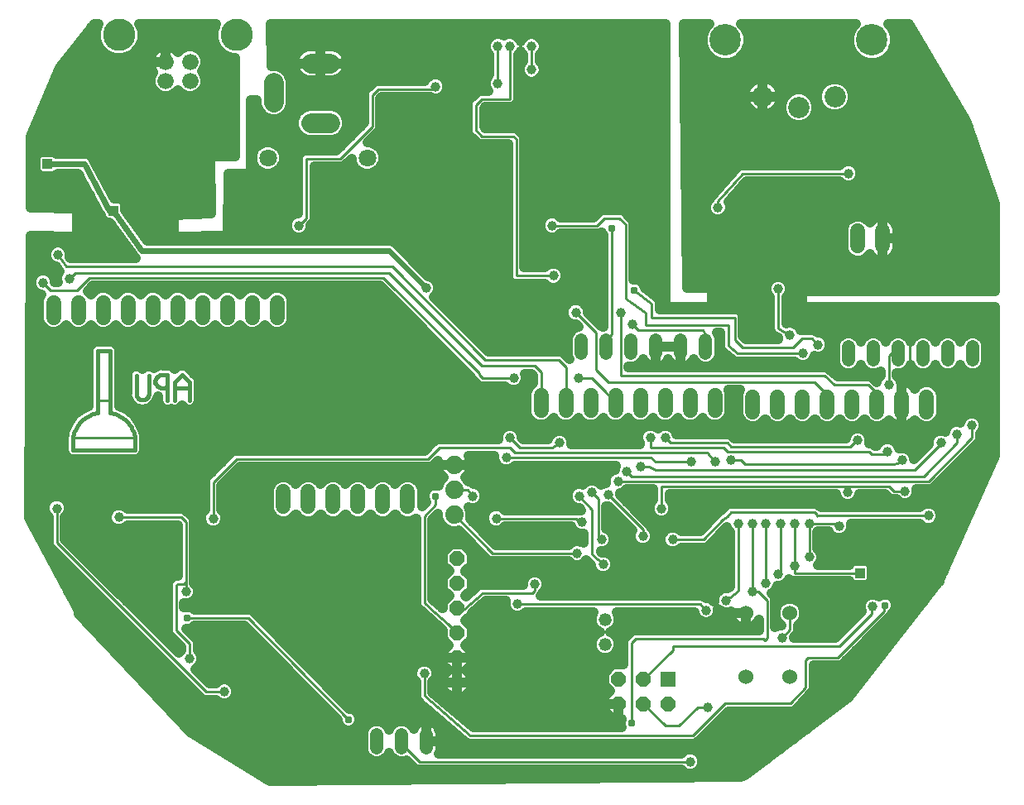
<source format=gbl>
G75*
G70*
%OFA0B0*%
%FSLAX24Y24*%
%IPPOS*%
%LPD*%
%AMOC8*
5,1,8,0,0,1.08239X$1,22.5*
%
%ADD10C,0.0600*%
%ADD11R,0.0600X0.0600*%
%ADD12OC8,0.0600*%
%ADD13C,0.0520*%
%ADD14C,0.0787*%
%ADD15C,0.0600*%
%ADD16C,0.0709*%
%ADD17C,0.0520*%
%ADD18C,0.1266*%
%ADD19C,0.0860*%
%ADD20C,0.0740*%
%ADD21C,0.0660*%
%ADD22C,0.1300*%
%ADD23C,0.0400*%
%ADD24C,0.0396*%
%ADD25C,0.0240*%
%ADD26C,0.0100*%
%ADD27R,0.0396X0.0396*%
%ADD28C,0.0310*%
%ADD29C,0.0160*%
D10*
X012881Y014026D02*
X012881Y014626D01*
X013881Y014626D02*
X013881Y014026D01*
X014881Y014026D02*
X014881Y014626D01*
X015881Y014626D02*
X015881Y014026D01*
X016881Y014026D02*
X016881Y014626D01*
X017881Y014626D02*
X017881Y014026D01*
X023256Y017901D02*
X023256Y018501D01*
X024256Y018501D02*
X024256Y017901D01*
X025256Y017901D02*
X025256Y018501D01*
X026256Y018501D02*
X026256Y017901D01*
X027256Y017901D02*
X027256Y018501D01*
X028256Y018501D02*
X028256Y017901D01*
X029256Y017901D02*
X029256Y018501D01*
X030256Y018501D02*
X030256Y017901D01*
X031781Y017851D02*
X031781Y018451D01*
X032781Y018451D02*
X032781Y017851D01*
X033781Y017851D02*
X033781Y018451D01*
X034781Y018451D02*
X034781Y017851D01*
X035781Y017851D02*
X035781Y018451D01*
X036781Y018451D02*
X036781Y017851D01*
X037781Y017851D02*
X037781Y018451D01*
X038781Y018451D02*
X038781Y017851D01*
X037006Y024526D02*
X037006Y025126D01*
X036006Y025126D02*
X036006Y024526D01*
X012631Y022251D02*
X012631Y021651D01*
X011631Y021651D02*
X011631Y022251D01*
X010631Y022251D02*
X010631Y021651D01*
X009631Y021651D02*
X009631Y022251D01*
X008631Y022251D02*
X008631Y021651D01*
X007631Y021651D02*
X007631Y022251D01*
X006631Y022251D02*
X006631Y021651D01*
X005631Y021651D02*
X005631Y022251D01*
X004631Y022251D02*
X004631Y021651D01*
X003631Y021651D02*
X003631Y022251D01*
D11*
X028381Y007076D03*
D12*
X028381Y006076D03*
X027381Y006076D03*
X027381Y007076D03*
X026381Y007076D03*
X026381Y006076D03*
X019881Y006926D03*
X019881Y007926D03*
X019881Y008926D03*
X019881Y009926D03*
X019881Y010926D03*
X019881Y011926D03*
D13*
X025831Y009476D03*
X025831Y008476D03*
D14*
X014774Y029481D02*
X013987Y029481D01*
X012491Y030308D02*
X012491Y031095D01*
X013987Y031882D02*
X014774Y031882D01*
D15*
X031491Y009731D03*
X033271Y009731D03*
X033271Y007171D03*
X031491Y007171D03*
D16*
X016256Y028076D03*
X012256Y028076D03*
D17*
X024881Y020736D02*
X024881Y020216D01*
X025881Y020216D02*
X025881Y020736D01*
X026881Y020736D02*
X026881Y020216D01*
X027881Y020216D02*
X027881Y020736D01*
X028881Y020736D02*
X028881Y020216D01*
X029881Y020216D02*
X029881Y020736D01*
X035631Y020461D02*
X035631Y019941D01*
X036631Y019941D02*
X036631Y020461D01*
X037631Y020461D02*
X037631Y019941D01*
X038631Y019941D02*
X038631Y020461D01*
X039631Y020461D02*
X039631Y019941D01*
X040631Y019941D02*
X040631Y020461D01*
X018631Y004836D02*
X018631Y004316D01*
X017631Y004316D02*
X017631Y004836D01*
X016631Y004836D02*
X016631Y004316D01*
D18*
X030678Y032826D03*
X036583Y032826D03*
D19*
X035087Y030543D03*
X033631Y030110D03*
X032174Y030543D03*
D20*
X019756Y015701D03*
X019756Y014701D03*
X019756Y013701D03*
D21*
X009123Y031171D03*
X009123Y031951D03*
X008139Y031951D03*
X008139Y031171D03*
D22*
X006261Y033021D03*
X011001Y033021D03*
D23*
X008834Y007031D02*
X007161Y007031D01*
X007538Y006632D02*
X009233Y006632D01*
X009476Y006389D02*
X009569Y006297D01*
X009690Y006246D01*
X010160Y006246D01*
X010235Y006171D01*
X010411Y006098D01*
X010601Y006098D01*
X010776Y006171D01*
X010911Y006306D01*
X010984Y006481D01*
X010984Y006671D01*
X010911Y006847D01*
X010776Y006982D01*
X010601Y007054D01*
X010411Y007054D01*
X010235Y006982D01*
X010160Y006906D01*
X009892Y006906D01*
X009324Y007474D01*
X009376Y007496D01*
X009511Y007631D01*
X009584Y007806D01*
X009584Y007996D01*
X009511Y008172D01*
X009436Y008247D01*
X009436Y008436D01*
X009436Y008567D01*
X009385Y008688D01*
X008957Y009116D01*
X009092Y009116D01*
X009252Y009183D01*
X009291Y009221D01*
X011318Y009221D01*
X015071Y005422D01*
X015071Y005365D01*
X015137Y005205D01*
X015259Y005083D01*
X015419Y005016D01*
X015592Y005016D01*
X015752Y005083D01*
X015874Y005205D01*
X015941Y005365D01*
X015941Y005538D01*
X015874Y005698D01*
X015752Y005820D01*
X015592Y005886D01*
X015540Y005886D01*
X011736Y009737D01*
X011735Y009738D01*
X011692Y009782D01*
X011644Y009830D01*
X011643Y009830D01*
X011643Y009831D01*
X011585Y009855D01*
X011523Y009881D01*
X011522Y009881D01*
X011521Y009881D01*
X011458Y009881D01*
X011392Y009882D01*
X011391Y009881D01*
X009291Y009881D01*
X009252Y009920D01*
X009092Y009986D01*
X008919Y009986D01*
X008886Y009972D01*
X008886Y010123D01*
X009051Y010123D01*
X009226Y010196D01*
X009361Y010331D01*
X009434Y010506D01*
X009434Y010696D01*
X009361Y010872D01*
X009286Y010947D01*
X009286Y011067D01*
X009286Y013336D01*
X009286Y013467D01*
X009235Y013588D01*
X009035Y013788D01*
X008943Y013881D01*
X008821Y013931D01*
X006602Y013931D01*
X006526Y014007D01*
X006351Y014079D01*
X006161Y014079D01*
X005985Y014007D01*
X005850Y013872D01*
X005778Y013696D01*
X005778Y013506D01*
X005850Y013331D01*
X005985Y013196D01*
X006161Y013123D01*
X006351Y013123D01*
X006526Y013196D01*
X006602Y013271D01*
X008619Y013271D01*
X008626Y013265D01*
X008626Y011231D01*
X008540Y011231D01*
X008419Y011181D01*
X008326Y011088D01*
X008276Y011038D01*
X008226Y010917D01*
X008226Y010786D01*
X008226Y008986D01*
X008276Y008864D01*
X008369Y008772D01*
X008776Y008365D01*
X008776Y008247D01*
X008700Y008172D01*
X008679Y008120D01*
X004086Y012713D01*
X004086Y013605D01*
X004161Y013681D01*
X004234Y013856D01*
X004234Y014046D01*
X004161Y014222D01*
X004026Y014357D01*
X003851Y014429D01*
X003661Y014429D01*
X003485Y014357D01*
X003350Y014222D01*
X003278Y014046D01*
X003278Y013856D01*
X003350Y013681D01*
X003426Y013605D01*
X003426Y012642D01*
X003426Y012511D01*
X003476Y012389D01*
X009476Y006389D01*
X009768Y007031D02*
X010354Y007031D01*
X010657Y007031D02*
X013481Y007031D01*
X013088Y007429D02*
X009369Y007429D01*
X009584Y007828D02*
X012694Y007828D01*
X012300Y008227D02*
X009456Y008227D01*
X009412Y008625D02*
X011907Y008625D01*
X011513Y009024D02*
X009050Y009024D01*
X008515Y008625D02*
X008174Y008625D01*
X008226Y009024D02*
X007775Y009024D01*
X007376Y009422D02*
X008226Y009422D01*
X008226Y009821D02*
X006978Y009821D01*
X006579Y010219D02*
X008226Y010219D01*
X008226Y010618D02*
X006181Y010618D01*
X005782Y011016D02*
X008267Y011016D01*
X008626Y011415D02*
X005384Y011415D01*
X004985Y011813D02*
X008626Y011813D01*
X008626Y012212D02*
X004587Y012212D01*
X004188Y012611D02*
X008626Y012611D01*
X008626Y013009D02*
X004086Y013009D01*
X004086Y013408D02*
X005818Y013408D01*
X005823Y013806D02*
X004213Y013806D01*
X004168Y014205D02*
X009726Y014205D01*
X009726Y013897D02*
X009650Y013822D01*
X009578Y013646D01*
X009578Y013456D01*
X009650Y013281D01*
X009785Y013146D01*
X009961Y013073D01*
X010151Y013073D01*
X010326Y013146D01*
X010461Y013281D01*
X010534Y013456D01*
X010534Y013646D01*
X010461Y013822D01*
X010386Y013897D01*
X010386Y014865D01*
X011142Y015621D01*
X018640Y015621D01*
X018771Y015621D01*
X018893Y015672D01*
X019107Y015886D01*
X019086Y015835D01*
X019086Y015701D01*
X019086Y015568D01*
X019188Y015322D01*
X019322Y015187D01*
X019205Y015070D01*
X019123Y014873D01*
X019092Y014886D01*
X018919Y014886D01*
X018759Y014820D01*
X018637Y014698D01*
X018571Y014538D01*
X018571Y014365D01*
X018637Y014205D01*
X018640Y014202D01*
X018461Y014023D01*
X018461Y014742D01*
X018372Y014955D01*
X018209Y015118D01*
X017996Y015206D01*
X017765Y015206D01*
X017552Y015118D01*
X017389Y014955D01*
X017381Y014935D01*
X017372Y014955D01*
X017209Y015118D01*
X016996Y015206D01*
X016765Y015206D01*
X016552Y015118D01*
X016389Y014955D01*
X016381Y014935D01*
X016372Y014955D01*
X016209Y015118D01*
X015996Y015206D01*
X015765Y015206D01*
X015552Y015118D01*
X015389Y014955D01*
X015381Y014935D01*
X015372Y014955D01*
X015209Y015118D01*
X014996Y015206D01*
X014765Y015206D01*
X014552Y015118D01*
X014389Y014955D01*
X014381Y014935D01*
X014372Y014955D01*
X014209Y015118D01*
X013996Y015206D01*
X013765Y015206D01*
X013552Y015118D01*
X013389Y014955D01*
X013381Y014935D01*
X013372Y014955D01*
X013209Y015118D01*
X012996Y015206D01*
X012765Y015206D01*
X012552Y015118D01*
X012389Y014955D01*
X012301Y014742D01*
X012301Y013911D01*
X012389Y013698D01*
X012552Y013535D01*
X012765Y013446D01*
X012996Y013446D01*
X013209Y013535D01*
X013372Y013698D01*
X013381Y013718D01*
X013389Y013698D01*
X013552Y013535D01*
X013765Y013446D01*
X013996Y013446D01*
X014209Y013535D01*
X014372Y013698D01*
X014381Y013718D01*
X014389Y013698D01*
X014552Y013535D01*
X014765Y013446D01*
X014996Y013446D01*
X015209Y013535D01*
X015372Y013698D01*
X015381Y013718D01*
X015389Y013698D01*
X015552Y013535D01*
X015765Y013446D01*
X015996Y013446D01*
X016209Y013535D01*
X016372Y013698D01*
X016381Y013718D01*
X016389Y013698D01*
X016552Y013535D01*
X016765Y013446D01*
X016996Y013446D01*
X017209Y013535D01*
X017372Y013698D01*
X017381Y013718D01*
X017389Y013698D01*
X017552Y013535D01*
X017765Y013446D01*
X017996Y013446D01*
X018209Y013535D01*
X018226Y013551D01*
X018226Y010207D01*
X018222Y010197D01*
X018226Y010142D01*
X018226Y010086D01*
X018229Y010076D01*
X018230Y010066D01*
X018255Y010016D01*
X018276Y009964D01*
X018283Y009957D01*
X018287Y009948D01*
X018329Y009911D01*
X018369Y009872D01*
X018378Y009868D01*
X018787Y009504D01*
X019279Y009062D01*
X019301Y009040D01*
X019301Y008686D01*
X019546Y008440D01*
X019281Y008175D01*
X019281Y007926D01*
X019281Y007678D01*
X019532Y007426D01*
X019281Y007175D01*
X019281Y006926D01*
X019281Y006678D01*
X019632Y006326D01*
X019880Y006326D01*
X019880Y006926D01*
X019281Y006926D01*
X019880Y006926D01*
X019880Y006926D01*
X019881Y006926D01*
X019881Y006926D01*
X020481Y006926D01*
X020481Y006678D01*
X020129Y006326D01*
X019881Y006326D01*
X019881Y006926D01*
X020481Y006926D01*
X020481Y007175D01*
X020229Y007426D01*
X020481Y007678D01*
X020481Y007926D01*
X019881Y007926D01*
X019881Y007926D01*
X019881Y007326D01*
X019881Y006927D01*
X019880Y006927D01*
X019880Y007326D01*
X019880Y007926D01*
X019281Y007926D01*
X019880Y007926D01*
X019880Y007926D01*
X019881Y007926D01*
X020481Y007926D01*
X020481Y008175D01*
X020215Y008440D01*
X020461Y008686D01*
X020461Y009167D01*
X020201Y009426D01*
X020461Y009686D01*
X020461Y009729D01*
X021029Y010221D01*
X021838Y010221D01*
X021828Y010196D01*
X021828Y010006D01*
X021900Y009831D01*
X022035Y009696D01*
X022211Y009623D01*
X022401Y009623D01*
X022576Y009696D01*
X022652Y009771D01*
X025368Y009771D01*
X025291Y009584D01*
X025291Y009369D01*
X025373Y009170D01*
X025525Y009019D01*
X025627Y008976D01*
X025525Y008934D01*
X025373Y008782D01*
X025291Y008584D01*
X025291Y008369D01*
X025373Y008170D01*
X025525Y008019D01*
X025723Y007936D01*
X025938Y007936D01*
X026137Y008019D01*
X026288Y008170D01*
X026371Y008369D01*
X026371Y008584D01*
X026288Y008782D01*
X026137Y008934D01*
X026035Y008976D01*
X026137Y009019D01*
X026288Y009170D01*
X026371Y009369D01*
X026371Y009584D01*
X026293Y009771D01*
X029428Y009771D01*
X029428Y009756D01*
X029500Y009581D01*
X029635Y009446D01*
X029811Y009373D01*
X030001Y009373D01*
X030176Y009446D01*
X030311Y009581D01*
X030384Y009756D01*
X030384Y009897D01*
X030435Y009846D01*
X030611Y009773D01*
X030801Y009773D01*
X030891Y009811D01*
X030891Y009731D01*
X030891Y009612D01*
X030982Y009391D01*
X031151Y009223D01*
X031371Y009131D01*
X031490Y009131D01*
X031490Y009731D01*
X030891Y009731D01*
X031490Y009731D01*
X031490Y009731D01*
X031491Y009731D01*
X031491Y009131D01*
X031610Y009131D01*
X031831Y009223D01*
X031999Y009391D01*
X032026Y009455D01*
X032026Y009031D01*
X027121Y009031D01*
X026990Y009031D01*
X026869Y008981D01*
X026626Y008738D01*
X026576Y008617D01*
X026576Y008486D01*
X026576Y007656D01*
X026140Y007656D01*
X025801Y007317D01*
X025801Y006836D01*
X026046Y006590D01*
X025781Y006325D01*
X025781Y006076D01*
X025781Y005828D01*
X026132Y005476D01*
X026380Y005476D01*
X026380Y006076D01*
X025781Y006076D01*
X026380Y006076D01*
X026380Y006076D01*
X026381Y006076D01*
X026381Y005476D01*
X026507Y005476D01*
X026471Y005388D01*
X026471Y005215D01*
X026505Y005131D01*
X020529Y005131D01*
X018886Y006552D01*
X018886Y006955D01*
X018961Y007031D01*
X019281Y007031D01*
X019034Y007206D02*
X019034Y007396D01*
X018961Y007572D01*
X018826Y007707D01*
X018651Y007779D01*
X018461Y007779D01*
X018285Y007707D01*
X018150Y007572D01*
X018078Y007396D01*
X018078Y007206D01*
X018150Y007031D01*
X014409Y007031D01*
X014015Y007429D02*
X018091Y007429D01*
X018150Y007031D02*
X018226Y006955D01*
X018226Y006455D01*
X018222Y006443D01*
X018226Y006389D01*
X018226Y006336D01*
X018230Y006324D01*
X018231Y006312D01*
X018255Y006264D01*
X018276Y006214D01*
X018285Y006206D01*
X018290Y006195D01*
X018331Y006159D01*
X018369Y006122D01*
X018380Y006117D01*
X020181Y004559D01*
X020219Y004522D01*
X020230Y004517D01*
X020239Y004509D01*
X020291Y004492D01*
X020340Y004471D01*
X020352Y004471D01*
X020364Y004467D01*
X020418Y004471D01*
X029421Y004471D01*
X029543Y004522D01*
X029635Y004614D01*
X030792Y005771D01*
X033247Y005771D01*
X033253Y005769D01*
X033312Y005771D01*
X033371Y005771D01*
X033378Y005774D01*
X033384Y005774D01*
X033439Y005799D01*
X033493Y005822D01*
X033497Y005826D01*
X033504Y005829D01*
X033544Y005873D01*
X033585Y005914D01*
X033588Y005921D01*
X034144Y006523D01*
X034185Y006564D01*
X034188Y006571D01*
X034193Y006576D01*
X034213Y006631D01*
X034236Y006686D01*
X034236Y006693D01*
X034238Y006699D01*
X034236Y006758D01*
X034236Y007621D01*
X035140Y007621D01*
X035271Y007621D01*
X035393Y007672D01*
X037243Y009522D01*
X037335Y009614D01*
X037372Y009702D01*
X037474Y009805D01*
X037541Y009965D01*
X037541Y010138D01*
X037474Y010298D01*
X037352Y010420D01*
X037192Y010486D01*
X037019Y010486D01*
X036859Y010420D01*
X036855Y010416D01*
X036701Y010479D01*
X036511Y010479D01*
X036335Y010407D01*
X036200Y010272D01*
X036128Y010096D01*
X036128Y009906D01*
X036176Y009789D01*
X035119Y008731D01*
X033434Y008731D01*
X033434Y008763D01*
X033550Y008879D01*
X033601Y009001D01*
X033601Y009132D01*
X033601Y009241D01*
X033762Y009403D01*
X033851Y009616D01*
X033851Y009847D01*
X033762Y010060D01*
X033599Y010223D01*
X033386Y010311D01*
X033155Y010311D01*
X032942Y010223D01*
X032779Y010060D01*
X032691Y009847D01*
X032691Y009616D01*
X032779Y009403D01*
X032941Y009241D01*
X032941Y009229D01*
X032861Y009229D01*
X032686Y009157D01*
X032686Y010186D01*
X032686Y010317D01*
X032635Y010438D01*
X032542Y010532D01*
X032576Y010546D01*
X032711Y010681D01*
X032770Y010823D01*
X032901Y010823D01*
X033076Y010896D01*
X033211Y011031D01*
X033240Y011100D01*
X033269Y011072D01*
X033390Y011021D01*
X033521Y011021D01*
X035659Y011021D01*
X035670Y010995D01*
X035749Y010916D01*
X035852Y010873D01*
X036359Y010873D01*
X036462Y010916D01*
X036541Y010995D01*
X036584Y011098D01*
X036584Y011605D01*
X036541Y011708D01*
X036462Y011787D01*
X036359Y011829D01*
X035852Y011829D01*
X035749Y011787D01*
X035670Y011708D01*
X035659Y011681D01*
X034412Y011681D01*
X034461Y011731D01*
X034534Y011906D01*
X034534Y012096D01*
X034461Y012272D01*
X034386Y012347D01*
X034386Y013005D01*
X034402Y013021D01*
X034833Y013021D01*
X034850Y012981D01*
X034985Y012846D01*
X035161Y012773D01*
X035351Y012773D01*
X035526Y012846D01*
X035661Y012981D01*
X035734Y013156D01*
X035734Y013328D01*
X038508Y013328D01*
X038584Y013252D01*
X038759Y013179D01*
X038949Y013179D01*
X039125Y013252D01*
X039260Y013387D01*
X039332Y013562D01*
X039332Y013753D01*
X039260Y013928D01*
X039125Y014063D01*
X038949Y014136D01*
X038759Y014136D01*
X038584Y014063D01*
X038508Y013987D01*
X034536Y013987D01*
X034535Y013988D01*
X034443Y014081D01*
X034321Y014131D01*
X030971Y014131D01*
X030840Y014131D01*
X030719Y014081D01*
X030539Y013901D01*
X030387Y013787D01*
X030360Y013775D01*
X030335Y013748D01*
X030305Y013726D01*
X030290Y013701D01*
X029663Y013031D01*
X028902Y013031D01*
X028826Y013107D01*
X028651Y013179D01*
X028461Y013179D01*
X028285Y013107D01*
X028150Y012972D01*
X028078Y012796D01*
X028078Y012606D01*
X028150Y012431D01*
X028285Y012296D01*
X028461Y012223D01*
X028651Y012223D01*
X028826Y012296D01*
X028902Y012371D01*
X029746Y012371D01*
X029751Y012369D01*
X029811Y012371D01*
X029871Y012371D01*
X029876Y012373D01*
X029882Y012374D01*
X029937Y012398D01*
X029993Y012422D01*
X029996Y012425D01*
X030001Y012428D01*
X030043Y012472D01*
X030085Y012514D01*
X030087Y012520D01*
X030743Y013219D01*
X030800Y013081D01*
X030876Y013005D01*
X030876Y010810D01*
X030775Y010729D01*
X030611Y010729D01*
X030435Y010657D01*
X030300Y010522D01*
X030228Y010346D01*
X030228Y010205D01*
X030176Y010257D01*
X030001Y010329D01*
X029894Y010329D01*
X029843Y010381D01*
X029721Y010431D01*
X023252Y010431D01*
X023285Y010464D01*
X023314Y010534D01*
X023411Y010631D01*
X023484Y010806D01*
X023484Y010996D01*
X023411Y011172D01*
X023276Y011307D01*
X023101Y011379D01*
X022911Y011379D01*
X022735Y011307D01*
X022600Y011172D01*
X022528Y010996D01*
X022528Y010881D01*
X020917Y010881D01*
X020864Y010885D01*
X020852Y010881D01*
X020840Y010881D01*
X020790Y010861D01*
X020739Y010844D01*
X020730Y010836D01*
X020719Y010831D01*
X020681Y010793D01*
X020227Y010400D01*
X020201Y010426D01*
X020461Y010686D01*
X020461Y011167D01*
X020201Y011426D01*
X020461Y011686D01*
X020461Y012167D01*
X020121Y012506D01*
X019640Y012506D01*
X019301Y012167D01*
X019301Y011686D01*
X019560Y011426D01*
X019301Y011167D01*
X019301Y010686D01*
X019560Y010426D01*
X019301Y010167D01*
X019301Y009930D01*
X019274Y009953D01*
X019274Y009954D01*
X019226Y009996D01*
X019178Y010041D01*
X019177Y010041D01*
X018886Y010299D01*
X018886Y013515D01*
X019106Y013735D01*
X019106Y013572D01*
X019205Y013333D01*
X019387Y013150D01*
X019626Y013051D01*
X019885Y013051D01*
X019923Y013067D01*
X021119Y011872D01*
X021240Y011821D01*
X021371Y011821D01*
X024360Y011821D01*
X024435Y011746D01*
X024611Y011673D01*
X024801Y011673D01*
X024976Y011746D01*
X025085Y011855D01*
X025119Y011822D01*
X025128Y011818D01*
X025278Y011685D01*
X025278Y011606D01*
X025350Y011431D01*
X025485Y011296D01*
X025661Y011223D01*
X025851Y011223D01*
X026026Y011296D01*
X026161Y011431D01*
X026234Y011606D01*
X026234Y011796D01*
X026161Y011972D01*
X026026Y012107D01*
X025851Y012179D01*
X025714Y012179D01*
X025665Y012223D01*
X025801Y012223D01*
X025976Y012296D01*
X026111Y012431D01*
X026184Y012606D01*
X026184Y012796D01*
X026111Y012972D01*
X025976Y013107D01*
X025886Y013144D01*
X025886Y014023D01*
X025967Y014023D01*
X026926Y013064D01*
X026878Y012946D01*
X026878Y012756D01*
X026950Y012581D01*
X027085Y012446D01*
X027261Y012373D01*
X027451Y012373D01*
X027626Y012446D01*
X027761Y012581D01*
X027834Y012756D01*
X027834Y012946D01*
X027761Y013122D01*
X027664Y013219D01*
X027635Y013288D01*
X027543Y013381D01*
X026434Y014490D01*
X026434Y014573D01*
X026451Y014573D01*
X026626Y014646D01*
X026702Y014721D01*
X027776Y014721D01*
X027776Y014297D01*
X027700Y014222D01*
X027628Y014046D01*
X027628Y013856D01*
X027700Y013681D01*
X027835Y013546D01*
X028011Y013473D01*
X028201Y013473D01*
X028376Y013546D01*
X028511Y013681D01*
X028584Y013856D01*
X028584Y014046D01*
X028511Y014222D01*
X028436Y014297D01*
X028436Y014521D01*
X035128Y014521D01*
X035128Y014506D01*
X035200Y014331D01*
X035335Y014196D01*
X035511Y014123D01*
X035701Y014123D01*
X035876Y014196D01*
X036011Y014331D01*
X036084Y014506D01*
X036084Y014521D01*
X037119Y014521D01*
X037269Y014372D01*
X037390Y014321D01*
X037521Y014321D01*
X037560Y014321D01*
X037635Y014246D01*
X037811Y014173D01*
X038001Y014173D01*
X038176Y014246D01*
X038311Y014381D01*
X038384Y014556D01*
X038384Y014721D01*
X038790Y014721D01*
X038921Y014721D01*
X039043Y014772D01*
X040793Y016522D01*
X040885Y016614D01*
X040936Y016736D01*
X040936Y016955D01*
X041011Y017031D01*
X041084Y017206D01*
X041084Y017396D01*
X041011Y017572D01*
X040876Y017707D01*
X040701Y017779D01*
X040511Y017779D01*
X040335Y017707D01*
X040200Y017572D01*
X040135Y017415D01*
X040101Y017429D01*
X039911Y017429D01*
X039735Y017357D01*
X039600Y017222D01*
X039528Y017047D01*
X039451Y017079D01*
X039261Y017079D01*
X039085Y017007D01*
X038950Y016872D01*
X038878Y016696D01*
X038878Y016540D01*
X038284Y015946D01*
X038284Y015996D01*
X038211Y016172D01*
X038076Y016307D01*
X037901Y016379D01*
X037711Y016379D01*
X037676Y016365D01*
X037611Y016522D01*
X037476Y016657D01*
X037301Y016729D01*
X037111Y016729D01*
X036935Y016657D01*
X036800Y016522D01*
X036783Y016481D01*
X036692Y016481D01*
X036643Y016531D01*
X036521Y016581D01*
X036473Y016581D01*
X036484Y016606D01*
X036484Y016796D01*
X036411Y016972D01*
X036276Y017107D01*
X036101Y017179D01*
X035911Y017179D01*
X035735Y017107D01*
X035600Y016972D01*
X035528Y016796D01*
X035528Y016781D01*
X031042Y016781D01*
X030943Y016881D01*
X030821Y016931D01*
X030690Y016931D01*
X028719Y016931D01*
X028661Y017072D01*
X028526Y017207D01*
X028351Y017279D01*
X028161Y017279D01*
X027985Y017207D01*
X027956Y017177D01*
X027926Y017207D01*
X027751Y017279D01*
X027561Y017279D01*
X027385Y017207D01*
X027250Y017072D01*
X027178Y016896D01*
X027178Y016706D01*
X027250Y016531D01*
X024484Y016531D01*
X024484Y016696D01*
X024411Y016872D01*
X024276Y017007D01*
X024101Y017079D01*
X023911Y017079D01*
X023735Y017007D01*
X023600Y016872D01*
X023542Y016731D01*
X022542Y016731D01*
X022484Y016790D01*
X022484Y016896D01*
X022411Y017072D01*
X022276Y017207D01*
X022101Y017279D01*
X021911Y017279D01*
X021735Y017207D01*
X021600Y017072D01*
X021528Y016896D01*
X021528Y016731D01*
X019090Y016731D01*
X018969Y016681D01*
X018876Y016588D01*
X018569Y016281D01*
X011071Y016281D01*
X010940Y016281D01*
X010819Y016231D01*
X009776Y015188D01*
X009726Y015067D01*
X009726Y014936D01*
X009726Y013897D01*
X009644Y013806D02*
X009017Y013806D01*
X009286Y013408D02*
X009598Y013408D01*
X009286Y013009D02*
X018226Y013009D01*
X018226Y012611D02*
X009286Y012611D01*
X009286Y012212D02*
X018226Y012212D01*
X018226Y011813D02*
X009286Y011813D01*
X009286Y011415D02*
X018226Y011415D01*
X018226Y011016D02*
X009286Y011016D01*
X009434Y010618D02*
X018226Y010618D01*
X018226Y010219D02*
X009250Y010219D01*
X008755Y008227D02*
X008572Y008227D01*
X008037Y007828D02*
X006405Y007828D01*
X006028Y008227D02*
X007639Y008227D01*
X007240Y008625D02*
X005650Y008625D01*
X005273Y009024D02*
X006842Y009024D01*
X006443Y009422D02*
X004895Y009422D01*
X004631Y009701D02*
X004631Y009826D01*
X002652Y013575D01*
X002696Y024940D01*
X004581Y024901D01*
X004581Y026026D01*
X002700Y026065D01*
X002711Y028944D01*
X003881Y031701D01*
X005261Y033476D01*
X005443Y033476D01*
X005331Y033206D01*
X005331Y032836D01*
X005472Y032495D01*
X005734Y032233D01*
X006076Y032091D01*
X006446Y032091D01*
X006787Y032233D01*
X007049Y032495D01*
X007191Y032836D01*
X007191Y033206D01*
X007079Y033476D01*
X010183Y033476D01*
X010071Y033206D01*
X010071Y032836D01*
X010212Y032495D01*
X010474Y032233D01*
X010816Y032091D01*
X010948Y032091D01*
X010931Y028151D01*
X009931Y028151D01*
X009981Y025826D01*
X008481Y025776D01*
X008456Y024901D01*
X010631Y024951D01*
X010681Y027451D01*
X011556Y027451D01*
X011556Y030401D01*
X011817Y030401D01*
X011817Y030174D01*
X011920Y029926D01*
X012109Y029736D01*
X012357Y029634D01*
X012625Y029634D01*
X012873Y029736D01*
X013062Y029926D01*
X013165Y030174D01*
X013165Y031229D01*
X013062Y031477D01*
X012873Y031666D01*
X012625Y031769D01*
X012400Y031769D01*
X012385Y033476D01*
X028256Y033476D01*
X028256Y022076D01*
X030131Y022076D01*
X030131Y022826D01*
X029131Y022826D01*
X029014Y033476D01*
X030037Y033476D01*
X029904Y033344D01*
X029765Y033008D01*
X029765Y032645D01*
X029904Y032309D01*
X030161Y032052D01*
X030496Y031913D01*
X030860Y031913D01*
X031195Y032052D01*
X031452Y032309D01*
X031591Y032645D01*
X031591Y033008D01*
X031452Y033344D01*
X031319Y033476D01*
X035942Y033476D01*
X035809Y033344D01*
X035670Y033008D01*
X035670Y032645D01*
X035809Y032309D01*
X036066Y032052D01*
X036402Y031913D01*
X036765Y031913D01*
X037101Y032052D01*
X037357Y032309D01*
X037496Y032645D01*
X037496Y033008D01*
X037357Y033344D01*
X037225Y033476D01*
X038062Y033476D01*
X040381Y029576D01*
X041526Y026245D01*
X041526Y022701D01*
X033756Y022701D01*
X033756Y022076D01*
X041526Y022076D01*
X041526Y016059D01*
X039281Y011001D01*
X035631Y006326D01*
X033381Y004626D01*
X031456Y003201D01*
X031306Y003151D01*
X012331Y002976D01*
X009131Y004951D01*
X004631Y009701D01*
X004631Y009821D02*
X006045Y009821D01*
X005646Y010219D02*
X004423Y010219D01*
X004213Y010618D02*
X005247Y010618D01*
X004849Y011016D02*
X004003Y011016D01*
X003792Y011415D02*
X004450Y011415D01*
X004052Y011813D02*
X003582Y011813D01*
X003653Y012212D02*
X003372Y012212D01*
X003426Y012611D02*
X003161Y012611D01*
X002951Y013009D02*
X003426Y013009D01*
X003426Y013408D02*
X002741Y013408D01*
X002653Y013806D02*
X003298Y013806D01*
X003343Y014205D02*
X002654Y014205D01*
X002656Y014603D02*
X009726Y014603D01*
X009726Y015002D02*
X002658Y015002D01*
X002659Y015400D02*
X009988Y015400D01*
X010387Y015799D02*
X002661Y015799D01*
X002662Y016197D02*
X004059Y016197D01*
X004046Y016230D02*
X004100Y016097D01*
X004202Y015996D01*
X004334Y015941D01*
X006834Y015941D01*
X006977Y015941D01*
X007110Y015996D01*
X007211Y016097D01*
X007266Y016230D01*
X007266Y016756D01*
X007272Y016781D01*
X007266Y016827D01*
X007266Y016873D01*
X007256Y016897D01*
X007234Y017049D01*
X007234Y017049D01*
X007079Y017416D01*
X007079Y017416D01*
X006836Y017732D01*
X006521Y017975D01*
X006266Y018082D01*
X006266Y018373D01*
X006266Y020230D01*
X006266Y020373D01*
X006211Y020505D01*
X006110Y020606D01*
X005977Y020661D01*
X005477Y020661D01*
X005334Y020661D01*
X005202Y020606D01*
X005100Y020505D01*
X005046Y020373D01*
X005046Y018230D01*
X005046Y018082D01*
X004791Y017975D01*
X004791Y017975D01*
X004475Y017732D01*
X004475Y017732D01*
X004475Y017732D01*
X004232Y017416D01*
X004077Y017049D01*
X004056Y016897D01*
X004046Y016873D01*
X004046Y016827D01*
X004039Y016781D01*
X004046Y016756D01*
X004046Y016373D01*
X004046Y016230D01*
X004046Y016596D02*
X002664Y016596D01*
X002665Y016995D02*
X004070Y016995D01*
X004077Y017049D02*
X004077Y017049D01*
X004223Y017393D02*
X002667Y017393D01*
X002668Y017792D02*
X004553Y017792D01*
X004232Y017416D02*
X004232Y017416D01*
X005046Y018190D02*
X002670Y018190D01*
X002671Y018589D02*
X005046Y018589D01*
X005046Y018987D02*
X002673Y018987D01*
X002674Y019386D02*
X005046Y019386D01*
X005046Y019784D02*
X002676Y019784D01*
X002677Y020183D02*
X005046Y020183D01*
X005177Y020581D02*
X002679Y020581D01*
X002680Y020980D02*
X018710Y020980D01*
X018312Y021379D02*
X013145Y021379D01*
X013122Y021323D02*
X013211Y021536D01*
X013211Y022367D01*
X013122Y022580D01*
X012959Y022743D01*
X012746Y022831D01*
X012515Y022831D01*
X012302Y022743D01*
X012139Y022580D01*
X012131Y022560D01*
X012122Y022580D01*
X011959Y022743D01*
X011746Y022831D01*
X011515Y022831D01*
X011302Y022743D01*
X011139Y022580D01*
X011131Y022560D01*
X011122Y022580D01*
X010959Y022743D01*
X010746Y022831D01*
X010515Y022831D01*
X010302Y022743D01*
X010139Y022580D01*
X010131Y022560D01*
X010122Y022580D01*
X009959Y022743D01*
X009746Y022831D01*
X009515Y022831D01*
X009302Y022743D01*
X009139Y022580D01*
X009131Y022560D01*
X009122Y022580D01*
X008959Y022743D01*
X008746Y022831D01*
X008515Y022831D01*
X008302Y022743D01*
X008139Y022580D01*
X008131Y022560D01*
X008122Y022580D01*
X007959Y022743D01*
X007746Y022831D01*
X007515Y022831D01*
X007302Y022743D01*
X007139Y022580D01*
X007131Y022560D01*
X007122Y022580D01*
X006959Y022743D01*
X006746Y022831D01*
X006515Y022831D01*
X006302Y022743D01*
X006139Y022580D01*
X006131Y022560D01*
X006122Y022580D01*
X005959Y022743D01*
X005746Y022831D01*
X005515Y022831D01*
X005302Y022743D01*
X005139Y022580D01*
X005131Y022560D01*
X005122Y022580D01*
X004987Y022716D01*
X005192Y022921D01*
X016769Y022921D01*
X020441Y019250D01*
X020476Y019164D01*
X020626Y019014D01*
X020719Y018922D01*
X020840Y018871D01*
X021810Y018871D01*
X021885Y018796D01*
X022061Y018723D01*
X022251Y018723D01*
X022426Y018796D01*
X022561Y018931D01*
X022634Y019106D01*
X022634Y019296D01*
X022603Y019371D01*
X022869Y019371D01*
X022926Y019315D01*
X022926Y018992D01*
X022764Y018830D01*
X022676Y018617D01*
X022676Y017786D01*
X022764Y017573D01*
X022927Y017410D01*
X023140Y017321D01*
X023371Y017321D01*
X023584Y017410D01*
X023747Y017573D01*
X023756Y017593D01*
X023764Y017573D01*
X023927Y017410D01*
X024140Y017321D01*
X024371Y017321D01*
X024584Y017410D01*
X024747Y017573D01*
X024756Y017593D01*
X024764Y017573D01*
X024927Y017410D01*
X025140Y017321D01*
X025371Y017321D01*
X025584Y017410D01*
X025747Y017573D01*
X025756Y017593D01*
X025764Y017573D01*
X025927Y017410D01*
X026140Y017321D01*
X026371Y017321D01*
X026584Y017410D01*
X026747Y017573D01*
X026756Y017593D01*
X026764Y017573D01*
X026927Y017410D01*
X027140Y017321D01*
X027371Y017321D01*
X027584Y017410D01*
X027747Y017573D01*
X027756Y017593D01*
X027764Y017573D01*
X027927Y017410D01*
X028140Y017321D01*
X028371Y017321D01*
X028584Y017410D01*
X028747Y017573D01*
X028756Y017593D01*
X028764Y017573D01*
X028927Y017410D01*
X029140Y017321D01*
X029371Y017321D01*
X029584Y017410D01*
X029747Y017573D01*
X029756Y017593D01*
X029764Y017573D01*
X029927Y017410D01*
X030140Y017321D01*
X030371Y017321D01*
X030584Y017410D01*
X030747Y017573D01*
X030836Y017786D01*
X030836Y018617D01*
X030792Y018721D01*
X031265Y018721D01*
X031201Y018567D01*
X031201Y017736D01*
X031289Y017523D01*
X031452Y017360D01*
X031665Y017271D01*
X031896Y017271D01*
X032109Y017360D01*
X032272Y017523D01*
X032281Y017543D01*
X032289Y017523D01*
X032452Y017360D01*
X032665Y017271D01*
X032896Y017271D01*
X033109Y017360D01*
X033272Y017523D01*
X033281Y017543D01*
X033289Y017523D01*
X033452Y017360D01*
X033665Y017271D01*
X033896Y017271D01*
X034109Y017360D01*
X034272Y017523D01*
X034281Y017543D01*
X034289Y017523D01*
X034452Y017360D01*
X034665Y017271D01*
X034896Y017271D01*
X035109Y017360D01*
X035272Y017523D01*
X035281Y017543D01*
X035289Y017523D01*
X035452Y017360D01*
X035665Y017271D01*
X035896Y017271D01*
X036109Y017360D01*
X036272Y017523D01*
X036281Y017543D01*
X036289Y017523D01*
X036452Y017360D01*
X036665Y017271D01*
X036896Y017271D01*
X037109Y017360D01*
X037269Y017519D01*
X037272Y017511D01*
X037441Y017343D01*
X037661Y017251D01*
X037780Y017251D01*
X037780Y018151D01*
X037781Y018151D01*
X037781Y017251D01*
X037900Y017251D01*
X038121Y017343D01*
X038289Y017511D01*
X038293Y017519D01*
X038452Y017360D01*
X038665Y017271D01*
X038896Y017271D01*
X039109Y017360D01*
X039272Y017523D01*
X039361Y017736D01*
X039361Y018567D01*
X039272Y018780D01*
X039109Y018943D01*
X038896Y019031D01*
X038665Y019031D01*
X038452Y018943D01*
X038293Y018783D01*
X038289Y018791D01*
X038121Y018960D01*
X037900Y019051D01*
X037781Y019051D01*
X037781Y018152D01*
X037780Y018152D01*
X037780Y019051D01*
X037732Y019051D01*
X037661Y019222D01*
X037586Y019297D01*
X037586Y019401D01*
X037738Y019401D01*
X037937Y019484D01*
X038088Y019635D01*
X038131Y019737D01*
X038173Y019635D01*
X038325Y019484D01*
X038523Y019401D01*
X038738Y019401D01*
X038937Y019484D01*
X039088Y019635D01*
X039131Y019737D01*
X039173Y019635D01*
X039325Y019484D01*
X039523Y019401D01*
X039738Y019401D01*
X039937Y019484D01*
X040088Y019635D01*
X040131Y019737D01*
X040173Y019635D01*
X040325Y019484D01*
X040523Y019401D01*
X040738Y019401D01*
X040937Y019484D01*
X041088Y019635D01*
X041171Y019834D01*
X041171Y020569D01*
X041088Y020767D01*
X040937Y020919D01*
X040738Y021001D01*
X040523Y021001D01*
X040325Y020919D01*
X040173Y020767D01*
X040131Y020665D01*
X040088Y020767D01*
X039937Y020919D01*
X039738Y021001D01*
X039523Y021001D01*
X039325Y020919D01*
X039173Y020767D01*
X039131Y020665D01*
X039088Y020767D01*
X038937Y020919D01*
X038738Y021001D01*
X038523Y021001D01*
X038325Y020919D01*
X038173Y020767D01*
X038131Y020665D01*
X038088Y020767D01*
X037937Y020919D01*
X037738Y021001D01*
X037523Y021001D01*
X037325Y020919D01*
X037173Y020767D01*
X037131Y020665D01*
X037088Y020767D01*
X036937Y020919D01*
X036738Y021001D01*
X036523Y021001D01*
X036325Y020919D01*
X036173Y020767D01*
X036131Y020665D01*
X036088Y020767D01*
X035937Y020919D01*
X035738Y021001D01*
X035523Y021001D01*
X035325Y020919D01*
X035173Y020767D01*
X035091Y020569D01*
X035091Y019834D01*
X035173Y019635D01*
X035325Y019484D01*
X035523Y019401D01*
X035738Y019401D01*
X035937Y019484D01*
X036088Y019635D01*
X036131Y019737D01*
X036173Y019635D01*
X036325Y019484D01*
X036523Y019401D01*
X036738Y019401D01*
X036926Y019479D01*
X036926Y019297D01*
X036850Y019222D01*
X036778Y019046D01*
X036618Y019206D01*
X036496Y019256D01*
X036365Y019256D01*
X035205Y019256D01*
X034882Y019542D01*
X034843Y019581D01*
X034833Y019585D01*
X034825Y019592D01*
X034772Y019610D01*
X034721Y019631D01*
X034711Y019631D01*
X034701Y019635D01*
X034645Y019631D01*
X026786Y019631D01*
X026786Y019676D01*
X026988Y019676D01*
X027187Y019759D01*
X027338Y019910D01*
X027370Y019986D01*
X027406Y019899D01*
X027563Y019742D01*
X027769Y019656D01*
X027880Y019656D01*
X027880Y020476D01*
X027881Y020476D01*
X027881Y020476D01*
X028441Y020476D01*
X028880Y020476D01*
X028880Y020476D01*
X028881Y020476D01*
X028881Y019656D01*
X028992Y019656D01*
X029198Y019742D01*
X029355Y019899D01*
X029391Y019986D01*
X029423Y019910D01*
X029575Y019759D01*
X029773Y019676D01*
X029988Y019676D01*
X030187Y019759D01*
X030338Y019910D01*
X030421Y020109D01*
X030421Y020844D01*
X030347Y021021D01*
X030476Y021021D01*
X030476Y020554D01*
X030472Y020541D01*
X030476Y020489D01*
X030476Y020436D01*
X030481Y020424D01*
X030482Y020411D01*
X030506Y020363D01*
X030526Y020314D01*
X030535Y020305D01*
X030541Y020294D01*
X030581Y020259D01*
X030619Y020222D01*
X030631Y020217D01*
X030931Y019959D01*
X030969Y019922D01*
X030981Y019917D01*
X030991Y019908D01*
X031041Y019892D01*
X031090Y019871D01*
X031103Y019871D01*
X031116Y019867D01*
X031168Y019871D01*
X033460Y019871D01*
X033535Y019796D01*
X033711Y019723D01*
X033901Y019723D01*
X034076Y019796D01*
X034211Y019931D01*
X034276Y020088D01*
X034311Y020073D01*
X034501Y020073D01*
X034676Y020146D01*
X034811Y020281D01*
X034884Y020456D01*
X034884Y020646D01*
X034811Y020822D01*
X034676Y020957D01*
X034501Y021029D01*
X034394Y021029D01*
X034343Y021081D01*
X034221Y021131D01*
X034090Y021131D01*
X033699Y021131D01*
X033661Y021222D01*
X033526Y021357D01*
X033351Y021429D01*
X033161Y021429D01*
X033136Y021419D01*
X033136Y022455D01*
X033211Y022531D01*
X033284Y022706D01*
X033284Y022896D01*
X033211Y023072D01*
X033076Y023207D01*
X032901Y023279D01*
X032711Y023279D01*
X032535Y023207D01*
X032400Y023072D01*
X032328Y022896D01*
X032328Y022706D01*
X032400Y022531D01*
X032476Y022455D01*
X032476Y021220D01*
X032470Y021174D01*
X032476Y021155D01*
X032476Y021136D01*
X032494Y021093D01*
X032506Y021048D01*
X032519Y021032D01*
X032526Y021014D01*
X032559Y020981D01*
X032588Y020945D01*
X032605Y020935D01*
X032619Y020922D01*
X032662Y020904D01*
X032787Y020834D01*
X032809Y020781D01*
X031492Y020781D01*
X031386Y020888D01*
X031386Y021717D01*
X031335Y021838D01*
X031243Y021931D01*
X031121Y021981D01*
X030990Y021981D01*
X028036Y021981D01*
X028036Y022156D01*
X028041Y022175D01*
X028036Y022221D01*
X028036Y022267D01*
X028028Y022286D01*
X028025Y022306D01*
X028003Y022346D01*
X027985Y022388D01*
X027971Y022403D01*
X027961Y022420D01*
X027925Y022449D01*
X027893Y022481D01*
X027874Y022489D01*
X027441Y022829D01*
X027441Y022838D01*
X027374Y022998D01*
X027252Y023120D01*
X027092Y023186D01*
X026986Y023186D01*
X026986Y025467D01*
X026935Y025588D01*
X026843Y025681D01*
X026593Y025931D01*
X026471Y025981D01*
X026340Y025981D01*
X025740Y025981D01*
X025619Y025931D01*
X025526Y025838D01*
X025369Y025681D01*
X024052Y025681D01*
X023976Y025757D01*
X023801Y025829D01*
X023611Y025829D01*
X023435Y025757D01*
X023300Y025622D01*
X023228Y025446D01*
X023228Y025256D01*
X023300Y025081D01*
X023435Y024946D01*
X023611Y024873D01*
X023801Y024873D01*
X023976Y024946D01*
X024052Y025021D01*
X025440Y025021D01*
X025571Y025021D01*
X025693Y025072D01*
X025704Y025083D01*
X025737Y025005D01*
X025776Y024966D01*
X025776Y021276D01*
X025773Y021276D01*
X025720Y021254D01*
X025643Y021331D01*
X025134Y021840D01*
X025134Y021946D01*
X025061Y022122D01*
X024926Y022257D01*
X024751Y022329D01*
X024561Y022329D01*
X024385Y022257D01*
X024250Y022122D01*
X024178Y021946D01*
X024178Y021756D01*
X024250Y021581D01*
X024385Y021446D01*
X024561Y021373D01*
X024667Y021373D01*
X024767Y021274D01*
X024575Y021194D01*
X024423Y021042D01*
X024341Y020844D01*
X024341Y020109D01*
X024394Y019979D01*
X024235Y020138D01*
X024143Y020231D01*
X024021Y020281D01*
X021142Y020281D01*
X018952Y022472D01*
X019036Y022556D01*
X019109Y022731D01*
X019109Y022921D01*
X019036Y023097D01*
X018901Y023232D01*
X018726Y023304D01*
X018718Y023304D01*
X017357Y024665D01*
X017210Y024726D01*
X017051Y024726D01*
X008760Y024726D01*
X007388Y024748D01*
X006509Y025971D01*
X006509Y026205D01*
X006466Y026308D01*
X006387Y026387D01*
X006284Y026429D01*
X006077Y026429D01*
X005217Y028023D01*
X005195Y028078D01*
X005180Y028093D01*
X005170Y028111D01*
X005124Y028149D01*
X005082Y028190D01*
X005063Y028198D01*
X005047Y028212D01*
X004990Y028229D01*
X004935Y028251D01*
X004914Y028251D01*
X004894Y028257D01*
X004835Y028251D01*
X003748Y028251D01*
X003737Y028262D01*
X003634Y028304D01*
X003127Y028304D01*
X003024Y028262D01*
X002945Y028183D01*
X002903Y028080D01*
X002903Y027573D01*
X002945Y027470D01*
X003024Y027391D01*
X003127Y027348D01*
X003634Y027348D01*
X003737Y027391D01*
X003798Y027451D01*
X004617Y027451D01*
X005519Y025779D01*
X005542Y025725D01*
X005553Y025714D01*
X005553Y025698D01*
X005595Y025595D01*
X005674Y025516D01*
X005777Y025473D01*
X005882Y025473D01*
X006827Y024158D01*
X006838Y024130D01*
X006873Y024094D01*
X006902Y024053D01*
X006928Y024037D01*
X006934Y024031D01*
X004305Y024031D01*
X004279Y024069D01*
X004284Y024081D01*
X004284Y024271D01*
X004211Y024447D01*
X004076Y024582D01*
X003901Y024654D01*
X003711Y024654D01*
X003535Y024582D01*
X003400Y024447D01*
X003328Y024271D01*
X003328Y024081D01*
X003400Y023906D01*
X003535Y023771D01*
X003711Y023698D01*
X003733Y023698D01*
X003839Y023543D01*
X003851Y023514D01*
X003872Y023494D01*
X003850Y023472D01*
X003778Y023296D01*
X003778Y023106D01*
X003788Y023081D01*
X003684Y023081D01*
X003684Y023146D01*
X003611Y023322D01*
X003476Y023457D01*
X003301Y023529D01*
X003111Y023529D01*
X002935Y023457D01*
X002800Y023322D01*
X002728Y023146D01*
X002728Y022956D01*
X002800Y022781D01*
X002935Y022646D01*
X003111Y022573D01*
X003136Y022573D01*
X003051Y022367D01*
X003051Y021536D01*
X003139Y021323D01*
X003302Y021160D01*
X003515Y021071D01*
X003746Y021071D01*
X003959Y021160D01*
X004122Y021323D01*
X004131Y021343D01*
X004139Y021323D01*
X004302Y021160D01*
X004515Y021071D01*
X004746Y021071D01*
X004959Y021160D01*
X005122Y021323D01*
X005131Y021343D01*
X005139Y021323D01*
X005302Y021160D01*
X005515Y021071D01*
X005746Y021071D01*
X005959Y021160D01*
X006122Y021323D01*
X006131Y021343D01*
X006139Y021323D01*
X006302Y021160D01*
X006515Y021071D01*
X006746Y021071D01*
X006959Y021160D01*
X007122Y021323D01*
X007131Y021343D01*
X007139Y021323D01*
X007302Y021160D01*
X007515Y021071D01*
X007746Y021071D01*
X007959Y021160D01*
X008122Y021323D01*
X008131Y021343D01*
X008139Y021323D01*
X008302Y021160D01*
X008515Y021071D01*
X008746Y021071D01*
X008959Y021160D01*
X009122Y021323D01*
X009131Y021343D01*
X009139Y021323D01*
X009302Y021160D01*
X009515Y021071D01*
X009746Y021071D01*
X009959Y021160D01*
X010122Y021323D01*
X010131Y021343D01*
X010139Y021323D01*
X010302Y021160D01*
X010515Y021071D01*
X010746Y021071D01*
X010959Y021160D01*
X011122Y021323D01*
X011131Y021343D01*
X011139Y021323D01*
X011302Y021160D01*
X011515Y021071D01*
X011746Y021071D01*
X011959Y021160D01*
X012122Y021323D01*
X012131Y021343D01*
X012139Y021323D01*
X012302Y021160D01*
X012515Y021071D01*
X012746Y021071D01*
X012959Y021160D01*
X013122Y021323D01*
X013211Y021777D02*
X017913Y021777D01*
X017515Y022176D02*
X013211Y022176D01*
X013125Y022574D02*
X017116Y022574D01*
X018253Y023770D02*
X021926Y023770D01*
X021926Y023392D02*
X021926Y023261D01*
X021976Y023139D01*
X022069Y023047D01*
X022190Y022996D01*
X023410Y022996D01*
X023485Y022921D01*
X023661Y022848D01*
X023851Y022848D01*
X024026Y022921D01*
X024161Y023056D01*
X024234Y023231D01*
X024234Y023421D01*
X024161Y023597D01*
X024026Y023732D01*
X023851Y023804D01*
X023661Y023804D01*
X023485Y023732D01*
X023410Y023656D01*
X022586Y023656D01*
X022586Y028892D01*
X022535Y029013D01*
X022443Y029106D01*
X022318Y029231D01*
X022196Y029281D01*
X022065Y029281D01*
X021017Y029281D01*
X020961Y029338D01*
X020961Y030065D01*
X021017Y030121D01*
X022071Y030121D01*
X022193Y030172D01*
X022285Y030264D01*
X022336Y030386D01*
X022336Y030517D01*
X022336Y032230D01*
X022411Y032306D01*
X022443Y032383D01*
X022475Y032306D01*
X022551Y032230D01*
X022551Y031973D01*
X022475Y031897D01*
X022403Y031722D01*
X022403Y031531D01*
X022475Y031356D01*
X022610Y031221D01*
X022786Y031148D01*
X022976Y031148D01*
X023151Y031221D01*
X023286Y031356D01*
X023359Y031531D01*
X023359Y031722D01*
X023286Y031897D01*
X023211Y031973D01*
X023211Y032230D01*
X023286Y032306D01*
X023359Y032481D01*
X023359Y032671D01*
X023286Y032847D01*
X023151Y032982D01*
X022976Y033054D01*
X022786Y033054D01*
X022610Y032982D01*
X022475Y032847D01*
X022443Y032769D01*
X022411Y032847D01*
X022276Y032982D01*
X022101Y033054D01*
X021911Y033054D01*
X021756Y032990D01*
X021601Y033054D01*
X021411Y033054D01*
X021235Y032982D01*
X021100Y032847D01*
X021028Y032671D01*
X021028Y032481D01*
X021100Y032306D01*
X021176Y032230D01*
X021176Y031422D01*
X021100Y031347D01*
X021028Y031171D01*
X021028Y030981D01*
X021100Y030806D01*
X021125Y030781D01*
X020946Y030781D01*
X020815Y030781D01*
X020694Y030731D01*
X020351Y030388D01*
X020301Y030267D01*
X020301Y030136D01*
X020301Y029267D01*
X020301Y029136D01*
X020351Y029014D01*
X020601Y028764D01*
X020694Y028672D01*
X020815Y028621D01*
X021926Y028621D01*
X021926Y023392D01*
X021926Y023371D02*
X018651Y023371D01*
X019088Y022973D02*
X023433Y022973D01*
X024078Y022973D02*
X025776Y022973D01*
X025776Y023371D02*
X024234Y023371D01*
X023934Y023770D02*
X025776Y023770D01*
X025776Y024168D02*
X022586Y024168D01*
X022586Y023770D02*
X023577Y023770D01*
X023415Y024965D02*
X022586Y024965D01*
X022586Y024567D02*
X025776Y024567D01*
X025776Y024965D02*
X023996Y024965D01*
X023962Y025762D02*
X025450Y025762D01*
X026761Y025762D02*
X028256Y025762D01*
X028256Y025364D02*
X026986Y025364D01*
X026986Y024965D02*
X028256Y024965D01*
X028256Y024567D02*
X026986Y024567D01*
X026986Y024168D02*
X028256Y024168D01*
X028256Y023770D02*
X026986Y023770D01*
X026986Y023371D02*
X028256Y023371D01*
X028256Y022973D02*
X027385Y022973D01*
X027765Y022574D02*
X028256Y022574D01*
X028256Y022176D02*
X028041Y022176D01*
X029129Y022973D02*
X032359Y022973D01*
X032382Y022574D02*
X030131Y022574D01*
X030131Y022176D02*
X032476Y022176D01*
X032476Y021777D02*
X031361Y021777D01*
X031386Y021379D02*
X032476Y021379D01*
X032560Y020980D02*
X031386Y020980D01*
X030476Y020980D02*
X030364Y020980D01*
X030421Y020581D02*
X030476Y020581D01*
X030421Y020183D02*
X030670Y020183D01*
X030212Y019784D02*
X033563Y019784D01*
X034048Y019784D02*
X035111Y019784D01*
X035091Y020183D02*
X034713Y020183D01*
X034884Y020581D02*
X035096Y020581D01*
X035472Y020980D02*
X034620Y020980D01*
X033474Y021379D02*
X041526Y021379D01*
X041526Y021777D02*
X033136Y021777D01*
X033136Y022176D02*
X033756Y022176D01*
X033756Y022574D02*
X033229Y022574D01*
X033252Y022973D02*
X041526Y022973D01*
X041526Y023371D02*
X029125Y023371D01*
X029120Y023770D02*
X041526Y023770D01*
X041526Y024168D02*
X037496Y024168D01*
X037514Y024186D02*
X037606Y024407D01*
X037606Y024826D01*
X037006Y024826D01*
X037006Y024826D01*
X037006Y023926D01*
X037125Y023926D01*
X037346Y024018D01*
X037514Y024186D01*
X037606Y024567D02*
X041526Y024567D01*
X041526Y024965D02*
X037606Y024965D01*
X037606Y024826D02*
X037606Y025246D01*
X037514Y025466D01*
X037346Y025635D01*
X037125Y025726D01*
X037006Y025726D01*
X037006Y024827D01*
X037005Y024827D01*
X037005Y025726D01*
X036886Y025726D01*
X036666Y025635D01*
X036497Y025466D01*
X036494Y025458D01*
X036334Y025618D01*
X036121Y025706D01*
X035890Y025706D01*
X035677Y025618D01*
X035514Y025455D01*
X035426Y025242D01*
X035426Y024411D01*
X035514Y024198D01*
X035677Y024035D01*
X035890Y023946D01*
X036121Y023946D01*
X036334Y024035D01*
X036494Y024194D01*
X036497Y024186D01*
X036666Y024018D01*
X036886Y023926D01*
X037005Y023926D01*
X037005Y024826D01*
X037006Y024826D01*
X037606Y024826D01*
X037557Y025364D02*
X041526Y025364D01*
X041526Y025762D02*
X030743Y025762D01*
X030786Y025806D02*
X030651Y025671D01*
X030476Y025598D01*
X030286Y025598D01*
X030110Y025671D01*
X029975Y025806D01*
X029903Y025981D01*
X029903Y026171D01*
X029975Y026347D01*
X030072Y026444D01*
X030090Y026496D01*
X030097Y026504D01*
X030101Y026513D01*
X030140Y026552D01*
X031097Y027629D01*
X031101Y027638D01*
X031140Y027678D01*
X031178Y027720D01*
X031187Y027724D01*
X031194Y027731D01*
X031245Y027752D01*
X031296Y027777D01*
X031306Y027777D01*
X031315Y027781D01*
X031371Y027781D01*
X031427Y027785D01*
X031436Y027781D01*
X035285Y027781D01*
X035360Y027857D01*
X035536Y027929D01*
X035726Y027929D01*
X035901Y027857D01*
X036036Y027722D01*
X036109Y027546D01*
X036109Y027356D01*
X036036Y027181D01*
X035901Y027046D01*
X035726Y026973D01*
X035536Y026973D01*
X035360Y027046D01*
X035285Y027121D01*
X031529Y027121D01*
X030803Y026305D01*
X030859Y026171D01*
X030859Y025981D01*
X030786Y025806D01*
X030859Y026161D02*
X041526Y026161D01*
X041418Y026560D02*
X031029Y026560D01*
X031384Y026958D02*
X041281Y026958D01*
X041144Y027357D02*
X036109Y027357D01*
X036003Y027755D02*
X041007Y027755D01*
X040870Y028154D02*
X029072Y028154D01*
X029068Y028552D02*
X040733Y028552D01*
X040596Y028951D02*
X029063Y028951D01*
X029059Y029349D02*
X040459Y029349D01*
X040279Y029748D02*
X034249Y029748D01*
X034233Y029708D02*
X034341Y029969D01*
X034341Y030251D01*
X034233Y030512D01*
X034033Y030712D01*
X033772Y030820D01*
X033489Y030820D01*
X033228Y030712D01*
X033029Y030512D01*
X032921Y030251D01*
X032921Y029969D01*
X033029Y029708D01*
X033228Y029508D01*
X033489Y029400D01*
X033772Y029400D01*
X034033Y029508D01*
X034233Y029708D01*
X034341Y030146D02*
X034483Y030146D01*
X034485Y030141D02*
X034685Y029941D01*
X034946Y029833D01*
X035229Y029833D01*
X035490Y029941D01*
X035689Y030141D01*
X035797Y030402D01*
X035797Y030684D01*
X035689Y030945D01*
X035490Y031145D01*
X035229Y031253D01*
X034946Y031253D01*
X034685Y031145D01*
X034485Y030945D01*
X034377Y030684D01*
X034377Y030402D01*
X034485Y030141D01*
X034377Y030545D02*
X034200Y030545D01*
X034485Y030944D02*
X032798Y030944D01*
X032793Y030956D02*
X032904Y030688D01*
X032904Y030543D01*
X032174Y030543D01*
X032174Y030543D01*
X032174Y031273D01*
X032319Y031273D01*
X032587Y031162D01*
X032793Y030956D01*
X032904Y030545D02*
X033062Y030545D01*
X032904Y030543D02*
X032904Y030398D01*
X032793Y030129D01*
X032587Y029924D01*
X032319Y029813D01*
X032174Y029813D01*
X032174Y030542D01*
X032174Y030542D01*
X032174Y029813D01*
X032029Y029813D01*
X031760Y029924D01*
X031555Y030129D01*
X031444Y030398D01*
X031444Y030543D01*
X032174Y030543D01*
X032174Y030543D01*
X032174Y031273D01*
X032029Y031273D01*
X031760Y031162D01*
X031555Y030956D01*
X031444Y030688D01*
X031444Y030543D01*
X032174Y030543D01*
X032904Y030543D01*
X032921Y030146D02*
X032800Y030146D01*
X033012Y029748D02*
X029055Y029748D01*
X029050Y030146D02*
X031548Y030146D01*
X031444Y030545D02*
X029046Y030545D01*
X029041Y030944D02*
X031550Y030944D01*
X032174Y030944D02*
X032174Y030944D01*
X032174Y030545D02*
X032174Y030545D01*
X032174Y030543D02*
X032174Y030543D01*
X032174Y030146D02*
X032174Y030146D01*
X031282Y032139D02*
X035979Y032139D01*
X035715Y032538D02*
X031547Y032538D01*
X031591Y032936D02*
X035670Y032936D01*
X035806Y033335D02*
X031456Y033335D01*
X030074Y032139D02*
X029028Y032139D01*
X029033Y031741D02*
X039094Y031741D01*
X038857Y032139D02*
X037188Y032139D01*
X037452Y032538D02*
X038620Y032538D01*
X038383Y032936D02*
X037496Y032936D01*
X037361Y033335D02*
X038146Y033335D01*
X039331Y031342D02*
X029037Y031342D01*
X028256Y031342D02*
X023272Y031342D01*
X023351Y031741D02*
X028256Y031741D01*
X028256Y032139D02*
X023211Y032139D01*
X023359Y032538D02*
X028256Y032538D01*
X028256Y032936D02*
X023197Y032936D01*
X022564Y032936D02*
X022322Y032936D01*
X022336Y032139D02*
X022551Y032139D01*
X022410Y031741D02*
X022336Y031741D01*
X022336Y031342D02*
X022489Y031342D01*
X022336Y030944D02*
X028256Y030944D01*
X028256Y030545D02*
X022336Y030545D01*
X022132Y030146D02*
X028256Y030146D01*
X028256Y029748D02*
X020961Y029748D01*
X020961Y029349D02*
X028256Y029349D01*
X028256Y028951D02*
X022561Y028951D01*
X022586Y028552D02*
X028256Y028552D01*
X028256Y028154D02*
X022586Y028154D01*
X022586Y027755D02*
X028256Y027755D01*
X028256Y027357D02*
X022586Y027357D01*
X022586Y026958D02*
X028256Y026958D01*
X028256Y026560D02*
X022586Y026560D01*
X022586Y026161D02*
X028256Y026161D01*
X029094Y026161D02*
X029903Y026161D01*
X030018Y025762D02*
X029098Y025762D01*
X029103Y025364D02*
X035476Y025364D01*
X035426Y024965D02*
X029107Y024965D01*
X029112Y024567D02*
X035426Y024567D01*
X035543Y024168D02*
X029116Y024168D01*
X029090Y026560D02*
X030147Y026560D01*
X030501Y026958D02*
X029085Y026958D01*
X029081Y027357D02*
X030855Y027357D01*
X031251Y027755D02*
X029077Y027755D01*
X029024Y032538D02*
X029809Y032538D01*
X029765Y032936D02*
X029020Y032936D01*
X029015Y033335D02*
X029900Y033335D01*
X028256Y033335D02*
X012387Y033335D01*
X012390Y032936D02*
X021189Y032936D01*
X021028Y032538D02*
X015005Y032538D01*
X014912Y032576D02*
X014381Y032576D01*
X014381Y031883D01*
X014380Y031883D01*
X014380Y031882D01*
X013293Y031882D01*
X013293Y031744D01*
X013399Y031489D01*
X013594Y031294D01*
X013849Y031189D01*
X014380Y031189D01*
X014380Y031882D01*
X014381Y031882D01*
X014381Y031189D01*
X014912Y031189D01*
X015167Y031294D01*
X015362Y031489D01*
X015468Y031744D01*
X015468Y031882D01*
X014381Y031882D01*
X014381Y031883D01*
X015468Y031883D01*
X015468Y032020D01*
X015362Y032275D01*
X015167Y032471D01*
X014912Y032576D01*
X014380Y032576D02*
X014380Y031883D01*
X013293Y031883D01*
X013293Y032020D01*
X013399Y032275D01*
X013594Y032471D01*
X013849Y032576D01*
X014380Y032576D01*
X014380Y032538D02*
X014381Y032538D01*
X014380Y032139D02*
X014381Y032139D01*
X014380Y031741D02*
X014381Y031741D01*
X014380Y031342D02*
X014381Y031342D01*
X015215Y031342D02*
X018720Y031342D01*
X018735Y031357D02*
X018600Y031222D01*
X018583Y031181D01*
X016640Y031181D01*
X016519Y031131D01*
X016426Y031038D01*
X016176Y030788D01*
X016126Y030667D01*
X016126Y030536D01*
X016126Y029488D01*
X015019Y028381D01*
X013740Y028381D01*
X013619Y028331D01*
X013526Y028238D01*
X013476Y028117D01*
X013476Y027986D01*
X013476Y025829D01*
X013411Y025829D01*
X013235Y025757D01*
X013100Y025622D01*
X013028Y025446D01*
X013028Y025256D01*
X013100Y025081D01*
X013235Y024946D01*
X013411Y024873D01*
X013601Y024873D01*
X013776Y024946D01*
X013911Y025081D01*
X013984Y025256D01*
X013984Y025363D01*
X013993Y025372D01*
X014085Y025464D01*
X014136Y025586D01*
X014136Y027721D01*
X015090Y027721D01*
X015221Y027721D01*
X015343Y027772D01*
X015621Y028050D01*
X015621Y027950D01*
X015718Y027717D01*
X015896Y027539D01*
X016129Y027442D01*
X016382Y027442D01*
X016615Y027539D01*
X016793Y027717D01*
X016890Y027950D01*
X016890Y028203D01*
X016793Y028436D01*
X016615Y028614D01*
X016382Y028711D01*
X016282Y028711D01*
X016643Y029072D01*
X016735Y029164D01*
X016786Y029286D01*
X016786Y030465D01*
X016842Y030521D01*
X018794Y030521D01*
X018911Y030473D01*
X019101Y030473D01*
X019276Y030546D01*
X019411Y030681D01*
X019484Y030856D01*
X019484Y031046D01*
X019411Y031222D01*
X019276Y031357D01*
X019101Y031429D01*
X018911Y031429D01*
X018735Y031357D01*
X019291Y031342D02*
X021098Y031342D01*
X021043Y030944D02*
X019484Y030944D01*
X019274Y030545D02*
X020508Y030545D01*
X020301Y030146D02*
X016786Y030146D01*
X016786Y029748D02*
X020301Y029748D01*
X020301Y029349D02*
X016786Y029349D01*
X016522Y028951D02*
X020414Y028951D01*
X021926Y028552D02*
X016677Y028552D01*
X016890Y028154D02*
X021926Y028154D01*
X021926Y027755D02*
X016809Y027755D01*
X015702Y027755D02*
X015303Y027755D01*
X015190Y028552D02*
X012677Y028552D01*
X012615Y028614D02*
X012382Y028711D01*
X012129Y028711D01*
X011896Y028614D01*
X011718Y028436D01*
X011621Y028203D01*
X011621Y027950D01*
X011718Y027717D01*
X011896Y027539D01*
X012129Y027442D01*
X012382Y027442D01*
X012615Y027539D01*
X012793Y027717D01*
X012890Y027950D01*
X012890Y028203D01*
X012793Y028436D01*
X012615Y028614D01*
X012890Y028154D02*
X013491Y028154D01*
X013476Y027755D02*
X012809Y027755D01*
X013476Y027357D02*
X010679Y027357D01*
X010671Y026958D02*
X013476Y026958D01*
X013476Y026560D02*
X010663Y026560D01*
X010655Y026161D02*
X013476Y026161D01*
X013249Y025762D02*
X010647Y025762D01*
X010639Y025364D02*
X013028Y025364D01*
X013215Y024965D02*
X010631Y024965D01*
X009973Y026161D02*
X006509Y026161D01*
X006659Y025762D02*
X008480Y025762D01*
X008469Y025364D02*
X006945Y025364D01*
X007232Y024965D02*
X008458Y024965D01*
X006820Y024168D02*
X004284Y024168D01*
X004091Y024567D02*
X006533Y024567D01*
X006247Y024965D02*
X004581Y024965D01*
X004581Y025364D02*
X005960Y025364D01*
X005526Y025762D02*
X004581Y025762D01*
X005313Y026161D02*
X002700Y026161D01*
X002702Y026560D02*
X005098Y026560D01*
X004883Y026958D02*
X002703Y026958D01*
X002705Y027357D02*
X003106Y027357D01*
X002903Y027755D02*
X002706Y027755D01*
X002708Y028154D02*
X002933Y028154D01*
X002709Y028552D02*
X010932Y028552D01*
X010931Y028154D02*
X005119Y028154D01*
X005362Y027755D02*
X009939Y027755D01*
X009948Y027357D02*
X005577Y027357D01*
X005792Y026958D02*
X009956Y026958D01*
X009965Y026560D02*
X006007Y026560D01*
X004668Y027357D02*
X003655Y027357D01*
X002714Y028951D02*
X010934Y028951D01*
X010936Y029349D02*
X002883Y029349D01*
X003052Y029748D02*
X010938Y029748D01*
X010939Y030146D02*
X003221Y030146D01*
X003390Y030545D02*
X010941Y030545D01*
X010943Y030944D02*
X009689Y030944D01*
X009733Y031050D02*
X009640Y030826D01*
X009468Y030654D01*
X009244Y030561D01*
X009001Y030561D01*
X008777Y030654D01*
X008631Y030801D01*
X008484Y030654D01*
X008260Y030561D01*
X008017Y030561D01*
X007793Y030654D01*
X007621Y030826D01*
X007529Y031050D01*
X007529Y031293D01*
X007621Y031517D01*
X007652Y031547D01*
X007604Y031594D01*
X007509Y031826D01*
X007509Y031951D01*
X008138Y031951D01*
X008138Y031951D01*
X007509Y031951D01*
X007509Y032077D01*
X007604Y032308D01*
X007782Y032485D01*
X008013Y032581D01*
X008138Y032581D01*
X008138Y031952D01*
X008139Y031952D01*
X008139Y032581D01*
X008264Y032581D01*
X008495Y032485D01*
X008645Y032336D01*
X008777Y032468D01*
X009001Y032561D01*
X009244Y032561D01*
X009468Y032468D01*
X009640Y032297D01*
X009733Y032073D01*
X009733Y031830D01*
X009640Y031606D01*
X009595Y031561D01*
X009640Y031517D01*
X009733Y031293D01*
X009733Y031050D01*
X009712Y031342D02*
X010944Y031342D01*
X010946Y031741D02*
X009696Y031741D01*
X009705Y032139D02*
X010700Y032139D01*
X010194Y032538D02*
X009301Y032538D01*
X008945Y032538D02*
X008369Y032538D01*
X008139Y032538D02*
X008138Y032538D01*
X007908Y032538D02*
X007067Y032538D01*
X007191Y032936D02*
X010071Y032936D01*
X010124Y033335D02*
X007137Y033335D01*
X007534Y032139D02*
X006561Y032139D01*
X005960Y032139D02*
X004221Y032139D01*
X003911Y031741D02*
X007544Y031741D01*
X007549Y031342D02*
X003728Y031342D01*
X003559Y030944D02*
X007573Y030944D01*
X008138Y032139D02*
X008139Y032139D01*
X005454Y032538D02*
X004531Y032538D01*
X004841Y032936D02*
X005331Y032936D01*
X005384Y033335D02*
X005151Y033335D01*
X011556Y030146D02*
X011828Y030146D01*
X012098Y029748D02*
X011556Y029748D01*
X011556Y029349D02*
X013313Y029349D01*
X013313Y029347D02*
X013416Y029099D01*
X013605Y028910D01*
X013853Y028807D01*
X014908Y028807D01*
X015156Y028910D01*
X015345Y029099D01*
X015448Y029347D01*
X015448Y029615D01*
X015345Y029862D01*
X015156Y030052D01*
X014908Y030155D01*
X013853Y030155D01*
X013605Y030052D01*
X013416Y029862D01*
X013313Y029615D01*
X013313Y029347D01*
X013368Y029748D02*
X012884Y029748D01*
X013153Y030146D02*
X013833Y030146D01*
X013165Y030545D02*
X016126Y030545D01*
X016126Y030146D02*
X014928Y030146D01*
X015393Y029748D02*
X016126Y029748D01*
X015987Y029349D02*
X015448Y029349D01*
X015589Y028951D02*
X015197Y028951D01*
X013564Y028951D02*
X011556Y028951D01*
X011556Y028552D02*
X011835Y028552D01*
X011621Y028154D02*
X011556Y028154D01*
X011556Y027755D02*
X011702Y027755D01*
X014136Y027357D02*
X021926Y027357D01*
X021926Y026958D02*
X014136Y026958D01*
X014256Y027326D02*
X014506Y027326D01*
X014136Y026560D02*
X021926Y026560D01*
X021926Y026161D02*
X014136Y026161D01*
X014136Y025762D02*
X021926Y025762D01*
X021926Y025364D02*
X013985Y025364D01*
X013796Y024965D02*
X021926Y024965D01*
X021926Y024567D02*
X017456Y024567D01*
X017854Y024168D02*
X021926Y024168D01*
X022586Y025364D02*
X023228Y025364D01*
X023449Y025762D02*
X022586Y025762D01*
X025776Y022574D02*
X019044Y022574D01*
X019248Y022176D02*
X024304Y022176D01*
X024178Y021777D02*
X019647Y021777D01*
X020045Y021379D02*
X024548Y021379D01*
X024397Y020980D02*
X020444Y020980D01*
X020842Y020581D02*
X024341Y020581D01*
X024341Y020183D02*
X024191Y020183D01*
X022921Y018987D02*
X022584Y018987D01*
X022676Y018589D02*
X009466Y018589D01*
X009466Y018230D02*
X009466Y018980D01*
X009466Y019123D01*
X009411Y019255D01*
X009111Y019555D01*
X009010Y019656D01*
X008877Y019711D01*
X008734Y019711D01*
X008602Y019656D01*
X008506Y019560D01*
X008410Y019656D01*
X008277Y019711D01*
X008069Y019711D01*
X007947Y019721D01*
X007688Y019636D01*
X007688Y019636D01*
X007656Y019608D01*
X007527Y019661D01*
X007384Y019661D01*
X007252Y019606D01*
X007206Y019560D01*
X007160Y019606D01*
X007027Y019661D01*
X006884Y019661D01*
X006752Y019606D01*
X006650Y019505D01*
X006596Y019373D01*
X006596Y018619D01*
X006583Y018489D01*
X006693Y018213D01*
X006917Y018018D01*
X007206Y017948D01*
X007494Y018018D01*
X007719Y018213D01*
X007822Y018473D01*
X007846Y018468D01*
X007846Y018230D01*
X007900Y018097D01*
X008002Y017996D01*
X008134Y017941D01*
X008277Y017941D01*
X008356Y017974D01*
X008434Y017941D01*
X008577Y017941D01*
X008710Y017996D01*
X008806Y018092D01*
X008902Y017996D01*
X009034Y017941D01*
X009177Y017941D01*
X009310Y017996D01*
X009411Y018097D01*
X009466Y018230D01*
X009449Y018190D02*
X022676Y018190D01*
X022676Y017792D02*
X006758Y017792D01*
X006836Y017732D02*
X006836Y017732D01*
X006836Y017732D01*
X006917Y018018D02*
X006917Y018018D01*
X006718Y018190D02*
X006266Y018190D01*
X006266Y018589D02*
X006593Y018589D01*
X006583Y018489D02*
X006583Y018489D01*
X006693Y018213D02*
X006693Y018213D01*
X007206Y017948D02*
X007206Y017948D01*
X007693Y018190D02*
X007862Y018190D01*
X007719Y018213D02*
X007719Y018213D01*
X007089Y017393D02*
X022967Y017393D01*
X022443Y016995D02*
X023723Y016995D01*
X023544Y017393D02*
X023967Y017393D01*
X024289Y016995D02*
X027218Y016995D01*
X027223Y016596D02*
X024484Y016596D01*
X024544Y017393D02*
X024967Y017393D01*
X025544Y017393D02*
X025967Y017393D01*
X026544Y017393D02*
X026967Y017393D01*
X027544Y017393D02*
X027967Y017393D01*
X028544Y017393D02*
X028967Y017393D01*
X028693Y016995D02*
X035623Y016995D01*
X035419Y017393D02*
X035143Y017393D01*
X034419Y017393D02*
X034143Y017393D01*
X033419Y017393D02*
X033143Y017393D01*
X032419Y017393D02*
X032143Y017393D01*
X031419Y017393D02*
X030544Y017393D01*
X030836Y017792D02*
X031201Y017792D01*
X031201Y018190D02*
X030836Y018190D01*
X030836Y018589D02*
X031210Y018589D01*
X029967Y017393D02*
X029544Y017393D01*
X028880Y019656D02*
X028880Y020476D01*
X028441Y020476D01*
X027881Y020476D01*
X027881Y019656D01*
X027992Y019656D01*
X028198Y019742D01*
X028355Y019899D01*
X028381Y019960D01*
X028406Y019899D01*
X028563Y019742D01*
X028769Y019656D01*
X028880Y019656D01*
X028880Y019784D02*
X028881Y019784D01*
X029241Y019784D02*
X029549Y019784D01*
X028880Y020183D02*
X028881Y020183D01*
X028521Y019784D02*
X028241Y019784D01*
X027881Y019784D02*
X027880Y019784D01*
X027521Y019784D02*
X027212Y019784D01*
X027880Y020183D02*
X027881Y020183D01*
X025776Y021379D02*
X025595Y021379D01*
X025776Y021777D02*
X025197Y021777D01*
X025007Y022176D02*
X025776Y022176D01*
X020653Y018987D02*
X009466Y018987D01*
X009280Y019386D02*
X020305Y019386D01*
X019906Y019784D02*
X006266Y019784D01*
X006266Y019386D02*
X006601Y019386D01*
X006596Y018987D02*
X006266Y018987D01*
X006266Y020183D02*
X019507Y020183D01*
X019109Y020581D02*
X006135Y020581D01*
X007947Y019721D02*
X007947Y019721D01*
X007242Y016995D02*
X021568Y016995D01*
X021378Y016071D02*
X020328Y016071D01*
X020426Y015835D01*
X020426Y015701D01*
X019756Y015701D01*
X019756Y015701D01*
X020426Y015701D01*
X020426Y015568D01*
X020324Y015322D01*
X020189Y015187D01*
X020307Y015070D01*
X020322Y015031D01*
X020324Y015031D01*
X020371Y015031D01*
X020389Y015024D01*
X020407Y015022D01*
X020449Y014999D01*
X020493Y014981D01*
X020506Y014968D01*
X020522Y014959D01*
X020546Y014929D01*
X020601Y014929D01*
X020776Y014857D01*
X020911Y014722D01*
X020984Y014546D01*
X020984Y014356D01*
X020911Y014181D01*
X020776Y014046D01*
X020601Y013973D01*
X020411Y013973D01*
X020333Y014005D01*
X020406Y013831D01*
X020406Y013572D01*
X020390Y013534D01*
X021442Y012481D01*
X024360Y012481D01*
X024435Y012557D01*
X024611Y012629D01*
X024801Y012629D01*
X024976Y012557D01*
X024976Y012923D01*
X024811Y012923D01*
X024635Y012996D01*
X024500Y013131D01*
X024463Y013221D01*
X021802Y013221D01*
X021726Y013146D01*
X021551Y013073D01*
X021361Y013073D01*
X021185Y013146D01*
X021050Y013281D01*
X020978Y013456D01*
X020978Y013646D01*
X021050Y013822D01*
X021185Y013957D01*
X021361Y014029D01*
X021551Y014029D01*
X021726Y013957D01*
X021802Y013881D01*
X024590Y013881D01*
X024721Y013881D01*
X024768Y013862D01*
X024811Y013879D01*
X024880Y013879D01*
X024794Y013973D01*
X024711Y013973D01*
X024535Y014046D01*
X024400Y014181D01*
X024328Y014356D01*
X024328Y014546D01*
X024400Y014722D01*
X024535Y014857D01*
X024711Y014929D01*
X024901Y014929D01*
X024941Y014913D01*
X025035Y015007D01*
X025211Y015079D01*
X025401Y015079D01*
X025576Y015007D01*
X025681Y014902D01*
X025685Y014907D01*
X025861Y014979D01*
X025878Y014979D01*
X025878Y015146D01*
X025950Y015322D01*
X026085Y015457D01*
X026228Y015516D01*
X026228Y015546D01*
X026279Y015671D01*
X022202Y015671D01*
X022126Y015596D01*
X021951Y015523D01*
X021761Y015523D01*
X021585Y015596D01*
X021450Y015731D01*
X021378Y015906D01*
X021378Y016071D01*
X021422Y015799D02*
X020426Y015799D01*
X020356Y015400D02*
X026029Y015400D01*
X025878Y015002D02*
X025581Y015002D01*
X025030Y015002D02*
X020444Y015002D01*
X020960Y014603D02*
X024351Y014603D01*
X024390Y014205D02*
X020921Y014205D01*
X021044Y013806D02*
X020406Y013806D01*
X020516Y013408D02*
X020998Y013408D01*
X020915Y013009D02*
X024622Y013009D01*
X024565Y012611D02*
X021313Y012611D01*
X020778Y012212D02*
X020415Y012212D01*
X020380Y012611D02*
X018886Y012611D01*
X018886Y013009D02*
X019981Y013009D01*
X019174Y013408D02*
X018886Y013408D01*
X018226Y013408D02*
X010514Y013408D01*
X010468Y013806D02*
X012344Y013806D01*
X012301Y014205D02*
X010386Y014205D01*
X010386Y014603D02*
X012301Y014603D01*
X012436Y015002D02*
X010523Y015002D01*
X010921Y015400D02*
X019155Y015400D01*
X019086Y015701D02*
X019755Y015701D01*
X019755Y015701D01*
X019086Y015701D01*
X019086Y015799D02*
X019020Y015799D01*
X018876Y016588D02*
X018876Y016588D01*
X018884Y016596D02*
X007266Y016596D01*
X007252Y016197D02*
X010785Y016197D01*
X013325Y015002D02*
X013436Y015002D01*
X014325Y015002D02*
X014436Y015002D01*
X015325Y015002D02*
X015436Y015002D01*
X016325Y015002D02*
X016436Y015002D01*
X017325Y015002D02*
X017436Y015002D01*
X018325Y015002D02*
X019177Y015002D01*
X018598Y014603D02*
X018461Y014603D01*
X018461Y014205D02*
X018637Y014205D01*
X018886Y012212D02*
X019346Y012212D01*
X019301Y011813D02*
X018886Y011813D01*
X018886Y011415D02*
X019549Y011415D01*
X019301Y011016D02*
X018886Y011016D01*
X018886Y010618D02*
X019369Y010618D01*
X019353Y010219D02*
X018976Y010219D01*
X018431Y009821D02*
X011653Y009821D01*
X012047Y009422D02*
X018878Y009422D01*
X019301Y009024D02*
X012441Y009024D01*
X012834Y008625D02*
X019362Y008625D01*
X019332Y008227D02*
X013228Y008227D01*
X013622Y007828D02*
X019281Y007828D01*
X019529Y007429D02*
X019020Y007429D01*
X019034Y007206D02*
X018961Y007031D01*
X018886Y006632D02*
X019326Y006632D01*
X019254Y006234D02*
X025781Y006234D01*
X025781Y005835D02*
X019715Y005835D01*
X020175Y005437D02*
X026491Y005437D01*
X026381Y005835D02*
X026380Y005835D01*
X026004Y006632D02*
X020435Y006632D01*
X020481Y007031D02*
X025801Y007031D01*
X025914Y007429D02*
X020232Y007429D01*
X019881Y007429D02*
X019880Y007429D01*
X019880Y007031D02*
X019881Y007031D01*
X019880Y006632D02*
X019881Y006632D01*
X018706Y005835D02*
X015715Y005835D01*
X015941Y005437D02*
X019166Y005437D01*
X018948Y005311D02*
X019105Y005154D01*
X019191Y004948D01*
X019191Y004576D01*
X018631Y004576D01*
X018631Y004576D01*
X019191Y004576D01*
X019191Y004205D01*
X019139Y004081D01*
X028910Y004081D01*
X028985Y004157D01*
X029161Y004229D01*
X029351Y004229D01*
X029526Y004157D01*
X029661Y004022D01*
X029734Y003846D01*
X029734Y003656D01*
X029661Y003481D01*
X029526Y003346D01*
X029351Y003273D01*
X029161Y003273D01*
X028985Y003346D01*
X028910Y003421D01*
X018290Y003421D01*
X018169Y003472D01*
X018076Y003564D01*
X017827Y003813D01*
X017738Y003776D01*
X017523Y003776D01*
X017325Y003859D01*
X017173Y004010D01*
X017131Y004112D01*
X017088Y004010D01*
X016937Y003859D01*
X016738Y003776D01*
X016523Y003776D01*
X016325Y003859D01*
X016173Y004010D01*
X016091Y004209D01*
X016091Y004944D01*
X016173Y005142D01*
X016325Y005294D01*
X016523Y005376D01*
X016738Y005376D01*
X016937Y005294D01*
X017088Y005142D01*
X017131Y005040D01*
X017173Y005142D01*
X017325Y005294D01*
X017523Y005376D01*
X017738Y005376D01*
X017937Y005294D01*
X018088Y005142D01*
X018120Y005066D01*
X018156Y005154D01*
X018313Y005311D01*
X018519Y005396D01*
X018630Y005396D01*
X018630Y004577D01*
X018631Y004577D01*
X018631Y005396D01*
X018742Y005396D01*
X018948Y005311D01*
X019153Y005038D02*
X019627Y005038D01*
X019191Y004640D02*
X020088Y004640D01*
X019191Y004241D02*
X032860Y004241D01*
X032322Y003843D02*
X029734Y003843D01*
X029624Y003444D02*
X031784Y003444D01*
X033398Y004640D02*
X029661Y004640D01*
X029635Y004614D02*
X029635Y004614D01*
X030059Y005038D02*
X033926Y005038D01*
X034453Y005437D02*
X030458Y005437D01*
X033509Y005835D02*
X034981Y005835D01*
X035508Y006234D02*
X033877Y006234D01*
X034214Y006632D02*
X035870Y006632D01*
X036181Y007031D02*
X034236Y007031D01*
X034236Y007429D02*
X036492Y007429D01*
X036803Y007828D02*
X035549Y007828D01*
X035948Y008227D02*
X037114Y008227D01*
X037425Y008625D02*
X036346Y008625D01*
X036745Y009024D02*
X037737Y009024D01*
X038048Y009422D02*
X037143Y009422D01*
X037243Y009522D02*
X037243Y009522D01*
X037481Y009821D02*
X038359Y009821D01*
X038670Y010219D02*
X037507Y010219D01*
X036550Y011016D02*
X039287Y011016D01*
X039464Y011415D02*
X036584Y011415D01*
X036398Y011813D02*
X039641Y011813D01*
X039818Y012212D02*
X034486Y012212D01*
X034495Y011813D02*
X035813Y011813D01*
X035661Y011016D02*
X033197Y011016D01*
X032648Y010618D02*
X038981Y010618D01*
X039995Y012611D02*
X034386Y012611D01*
X034390Y013009D02*
X034839Y013009D01*
X035673Y013009D02*
X040172Y013009D01*
X040349Y013408D02*
X039268Y013408D01*
X039310Y013806D02*
X040526Y013806D01*
X040703Y014205D02*
X038077Y014205D01*
X037735Y014205D02*
X035885Y014205D01*
X035326Y014205D02*
X028518Y014205D01*
X028563Y013806D02*
X030412Y013806D01*
X030016Y013408D02*
X027516Y013408D01*
X027648Y013806D02*
X027117Y013806D01*
X026719Y014205D02*
X027693Y014205D01*
X027776Y014603D02*
X026523Y014603D01*
X026184Y013806D02*
X025886Y013806D01*
X025886Y013408D02*
X026583Y013408D01*
X026904Y013009D02*
X026074Y013009D01*
X026184Y012611D02*
X026938Y012611D01*
X027773Y012611D02*
X028078Y012611D01*
X028187Y013009D02*
X027808Y013009D01*
X026227Y011813D02*
X030876Y011813D01*
X030876Y011415D02*
X026145Y011415D01*
X025366Y011415D02*
X020212Y011415D01*
X020461Y011813D02*
X024367Y011813D01*
X025044Y011813D02*
X025133Y011813D01*
X025678Y012212D02*
X030876Y012212D01*
X030876Y012611D02*
X030173Y012611D01*
X030546Y013009D02*
X030872Y013009D01*
X030876Y011016D02*
X023475Y011016D01*
X023398Y010618D02*
X030396Y010618D01*
X030228Y010219D02*
X030214Y010219D01*
X030384Y009821D02*
X030496Y009821D01*
X030119Y009422D02*
X030969Y009422D01*
X031490Y009422D02*
X031491Y009422D01*
X032012Y009422D02*
X032026Y009422D01*
X032686Y009422D02*
X032771Y009422D01*
X032691Y009821D02*
X032686Y009821D01*
X032686Y010219D02*
X032938Y010219D01*
X033603Y010219D02*
X036179Y010219D01*
X036163Y009821D02*
X033851Y009821D01*
X033770Y009422D02*
X035810Y009422D01*
X035411Y009024D02*
X033601Y009024D01*
X029692Y009422D02*
X026371Y009422D01*
X026142Y009024D02*
X026972Y009024D01*
X026579Y008625D02*
X026354Y008625D01*
X026312Y008227D02*
X026576Y008227D01*
X026576Y007828D02*
X020481Y007828D01*
X020429Y008227D02*
X025350Y008227D01*
X025308Y008625D02*
X020400Y008625D01*
X020461Y009024D02*
X025520Y009024D01*
X025291Y009422D02*
X020205Y009422D01*
X020566Y009821D02*
X021910Y009821D01*
X021837Y010219D02*
X021026Y010219D01*
X020479Y010618D02*
X020392Y010618D01*
X020461Y011016D02*
X022536Y011016D01*
X024846Y012611D02*
X024976Y012611D01*
X020006Y016951D02*
X019631Y016951D01*
X016381Y016951D02*
X015881Y016951D01*
X012137Y022574D02*
X012125Y022574D01*
X011137Y022574D02*
X011125Y022574D01*
X010137Y022574D02*
X010125Y022574D01*
X009137Y022574D02*
X009125Y022574D01*
X008137Y022574D02*
X008125Y022574D01*
X007137Y022574D02*
X007125Y022574D01*
X006137Y022574D02*
X006125Y022574D01*
X005137Y022574D02*
X005125Y022574D01*
X003809Y023371D02*
X003562Y023371D01*
X003538Y023770D02*
X002691Y023770D01*
X002693Y024168D02*
X003328Y024168D01*
X003520Y024567D02*
X002694Y024567D01*
X002690Y023371D02*
X002849Y023371D01*
X002728Y022973D02*
X002688Y022973D01*
X002687Y022574D02*
X003108Y022574D01*
X003051Y022176D02*
X002685Y022176D01*
X002684Y021777D02*
X003051Y021777D01*
X003116Y021379D02*
X002682Y021379D01*
X013165Y030944D02*
X016331Y030944D01*
X015466Y031741D02*
X021176Y031741D01*
X021176Y032139D02*
X015419Y032139D01*
X013756Y032538D02*
X012394Y032538D01*
X012397Y032139D02*
X013342Y032139D01*
X013295Y031741D02*
X012693Y031741D01*
X013118Y031342D02*
X013546Y031342D01*
X018506Y027576D02*
X018881Y027576D01*
X035059Y019386D02*
X036926Y019386D01*
X036778Y019046D02*
X036778Y019046D01*
X037586Y019386D02*
X041526Y019386D01*
X041526Y019784D02*
X041150Y019784D01*
X041171Y020183D02*
X041526Y020183D01*
X041526Y020581D02*
X041165Y020581D01*
X041526Y020980D02*
X040790Y020980D01*
X040472Y020980D02*
X039790Y020980D01*
X039472Y020980D02*
X038790Y020980D01*
X038472Y020980D02*
X037790Y020980D01*
X037472Y020980D02*
X036790Y020980D01*
X036472Y020980D02*
X035790Y020980D01*
X037780Y018987D02*
X037781Y018987D01*
X038055Y018987D02*
X038559Y018987D01*
X039002Y018987D02*
X041526Y018987D01*
X041526Y018589D02*
X039352Y018589D01*
X039361Y018190D02*
X041526Y018190D01*
X041526Y017792D02*
X039361Y017792D01*
X039143Y017393D02*
X039823Y017393D01*
X039073Y016995D02*
X036389Y016995D01*
X036419Y017393D02*
X036143Y017393D01*
X036479Y016596D02*
X036874Y016596D01*
X037537Y016596D02*
X038878Y016596D01*
X038535Y016197D02*
X038186Y016197D01*
X038171Y017393D02*
X038419Y017393D01*
X037781Y017393D02*
X037780Y017393D01*
X037390Y017393D02*
X037143Y017393D01*
X037780Y017792D02*
X037781Y017792D01*
X037780Y018190D02*
X037781Y018190D01*
X037780Y018589D02*
X037781Y018589D01*
X040468Y016197D02*
X041526Y016197D01*
X041526Y016596D02*
X040867Y016596D01*
X040975Y016995D02*
X041526Y016995D01*
X041526Y017393D02*
X041084Y017393D01*
X041411Y015799D02*
X040070Y015799D01*
X039671Y015400D02*
X041234Y015400D01*
X041057Y015002D02*
X039273Y015002D01*
X038384Y014603D02*
X040880Y014603D01*
X037006Y024168D02*
X037005Y024168D01*
X037005Y024567D02*
X037006Y024567D01*
X037005Y024965D02*
X037006Y024965D01*
X037005Y025364D02*
X037006Y025364D01*
X036515Y024168D02*
X036468Y024168D01*
X035692Y030146D02*
X040042Y030146D01*
X039805Y030545D02*
X035797Y030545D01*
X035690Y030944D02*
X039568Y030944D01*
X019880Y007828D02*
X019881Y007828D01*
X018226Y006632D02*
X014803Y006632D01*
X015196Y006234D02*
X018268Y006234D01*
X018630Y005038D02*
X018631Y005038D01*
X018630Y004640D02*
X018631Y004640D01*
X018235Y003444D02*
X011573Y003444D01*
X010927Y003843D02*
X016363Y003843D01*
X016091Y004241D02*
X010281Y004241D01*
X009636Y004640D02*
X016091Y004640D01*
X016130Y005038D02*
X015645Y005038D01*
X015366Y005038D02*
X009048Y005038D01*
X008671Y005437D02*
X015056Y005437D01*
X014663Y005835D02*
X008293Y005835D01*
X007916Y006234D02*
X010172Y006234D01*
X010839Y006234D02*
X014269Y006234D01*
X013875Y006632D02*
X010984Y006632D01*
X008436Y007429D02*
X006783Y007429D01*
X012219Y003046D02*
X019831Y003046D01*
X017363Y003843D02*
X016898Y003843D01*
D24*
X018556Y007301D03*
X022306Y010101D03*
X023006Y010901D03*
X023506Y010451D03*
X023706Y011601D03*
X024706Y012151D03*
X025706Y012701D03*
X025756Y011701D03*
X027256Y012251D03*
X027356Y012851D03*
X028556Y012701D03*
X028106Y013951D03*
X029706Y014501D03*
X029306Y015851D03*
X030256Y015851D03*
X030906Y015901D03*
X031206Y014201D03*
X031206Y013351D03*
X031756Y013351D03*
X032306Y013351D03*
X032906Y013351D03*
X033456Y013351D03*
X034056Y013351D03*
X035256Y013251D03*
X035606Y014601D03*
X037206Y016251D03*
X037806Y015901D03*
X037906Y014651D03*
X038854Y013658D03*
X039356Y016601D03*
X040006Y016951D03*
X040606Y017301D03*
X037256Y018951D03*
X036006Y016701D03*
X033806Y020201D03*
X034406Y020551D03*
X033256Y020951D03*
X032806Y022801D03*
X033656Y023551D03*
X031756Y024576D03*
X030381Y026076D03*
X034006Y026701D03*
X035631Y027451D03*
X034881Y029076D03*
X026931Y021376D03*
X026456Y021851D03*
X024656Y021851D03*
X023756Y023326D03*
X023806Y024351D03*
X024656Y024051D03*
X023706Y025351D03*
X022881Y026326D03*
X020456Y028601D03*
X018881Y027576D03*
X019006Y030951D03*
X021506Y031076D03*
X022881Y031627D03*
X022881Y032576D03*
X023381Y032576D03*
X022006Y032576D03*
X021506Y032576D03*
X013506Y025351D03*
X015906Y021401D03*
X018631Y022826D03*
X021006Y020801D03*
X022156Y019201D03*
X022006Y016801D03*
X021856Y016001D03*
X020506Y014451D03*
X021456Y013551D03*
X024906Y013401D03*
X024806Y014451D03*
X025306Y014601D03*
X025956Y014501D03*
X026356Y015051D03*
X026706Y015451D03*
X027256Y015651D03*
X027656Y016801D03*
X028256Y016801D03*
X024756Y019201D03*
X024006Y016601D03*
X022881Y022326D03*
X015881Y016951D03*
X010056Y013551D03*
X008956Y010601D03*
X009106Y007901D03*
X010506Y006576D03*
X009506Y005701D03*
X011881Y007576D03*
X006256Y013601D03*
X005881Y015076D03*
X003756Y013951D03*
X003206Y023051D03*
X004256Y023201D03*
X003806Y024176D03*
X005631Y027826D03*
X007881Y025051D03*
X023506Y007551D03*
X029256Y003751D03*
X029956Y005951D03*
X032956Y008751D03*
X031756Y010601D03*
X032306Y010951D03*
X032806Y011301D03*
X033456Y011651D03*
X034056Y012001D03*
X036606Y010001D03*
X030706Y010251D03*
X029906Y009851D03*
D25*
X018631Y022826D02*
X017131Y024326D01*
X008756Y024326D01*
X007181Y024351D01*
X006031Y025951D01*
X005881Y025951D01*
X004856Y027851D01*
X003356Y027851D01*
X003381Y027826D01*
X033656Y023551D02*
X033706Y023601D01*
X033856Y023601D01*
X034006Y026701D02*
X034006Y026826D01*
D26*
X035631Y027451D02*
X031381Y027451D01*
X030381Y026326D01*
X030381Y026076D01*
X031756Y024951D02*
X031756Y024576D01*
X032806Y022801D02*
X032806Y021201D01*
X033256Y020951D01*
X033756Y020801D02*
X033406Y020451D01*
X031356Y020451D01*
X031056Y020751D01*
X031056Y021651D01*
X027706Y021651D01*
X027706Y022201D01*
X027006Y022751D01*
X026656Y022401D02*
X027456Y021851D01*
X027456Y021351D01*
X030806Y021351D01*
X030806Y020501D01*
X031156Y020201D01*
X033806Y020201D01*
X033756Y020801D02*
X034156Y020801D01*
X034406Y020551D01*
X034656Y019301D02*
X035081Y018926D01*
X036431Y018926D01*
X036756Y018601D01*
X036756Y018176D01*
X036781Y018151D01*
X037256Y018951D02*
X037256Y020101D01*
X037356Y020201D01*
X037631Y020201D01*
X038106Y019401D02*
X038106Y021251D01*
X038106Y019401D02*
X037806Y019101D01*
X037806Y018176D01*
X037781Y018151D01*
X039356Y016601D02*
X039406Y016601D01*
X038306Y015501D01*
X027856Y015501D01*
X027606Y015651D01*
X027256Y015651D01*
X026906Y015251D02*
X038656Y015251D01*
X040006Y016601D01*
X040006Y016951D01*
X040606Y016801D02*
X040606Y017301D01*
X040606Y016801D02*
X038856Y015051D01*
X026356Y015051D01*
X026706Y015451D02*
X026906Y015251D01*
X027656Y016001D02*
X021856Y016001D01*
X022206Y016201D02*
X022006Y016401D01*
X019156Y016401D01*
X018706Y015951D01*
X011006Y015951D01*
X010056Y015001D01*
X010056Y013551D01*
X008956Y013401D02*
X008756Y013601D01*
X006256Y013601D01*
X003756Y013951D02*
X003756Y012576D01*
X009756Y006576D01*
X010506Y006576D01*
X009506Y005826D02*
X009506Y005701D01*
X009106Y007901D02*
X009106Y008501D01*
X008556Y009051D01*
X008556Y010851D01*
X008606Y010901D01*
X008856Y010901D01*
X008956Y011001D01*
X008956Y013401D01*
X010131Y011701D02*
X010256Y011701D01*
X008956Y011001D02*
X008956Y010601D01*
X009006Y009551D02*
X011456Y009551D01*
X015506Y005451D01*
X017631Y004576D02*
X017631Y004476D01*
X018356Y003751D01*
X029256Y003751D01*
X029356Y004801D02*
X020406Y004801D01*
X018556Y006401D01*
X018556Y007301D01*
X019856Y008901D02*
X019881Y008926D01*
X019506Y009301D01*
X019006Y009751D01*
X018556Y010151D01*
X018556Y013651D01*
X019006Y014101D01*
X019006Y014451D01*
X019756Y014701D02*
X020306Y014701D01*
X020506Y014451D01*
X019756Y013701D02*
X021306Y012151D01*
X024706Y012151D01*
X025306Y012101D02*
X025756Y011701D01*
X025306Y012101D02*
X025306Y013901D01*
X024806Y014451D01*
X025306Y014601D02*
X025556Y014351D01*
X025556Y012851D01*
X025706Y012701D01*
X024906Y013401D02*
X024806Y013401D01*
X024656Y013551D01*
X021456Y013551D01*
X021406Y013551D01*
X020506Y012051D02*
X020381Y011926D01*
X020381Y011801D01*
X020381Y011926D02*
X020381Y012051D01*
X020906Y010551D02*
X020156Y009901D01*
X019806Y009901D01*
X019881Y009926D01*
X020906Y010551D02*
X022906Y010551D01*
X023006Y010651D01*
X023006Y010901D01*
X023256Y010301D02*
X023506Y010301D01*
X023506Y010451D01*
X023706Y011601D02*
X023606Y011701D01*
X022306Y010101D02*
X029656Y010101D01*
X029906Y009851D01*
X030706Y010251D02*
X031206Y010651D01*
X031206Y013351D01*
X030756Y013651D02*
X030556Y013501D01*
X029806Y012701D01*
X028556Y012701D01*
X027356Y012851D02*
X027356Y013101D01*
X025956Y014501D01*
X027656Y016001D02*
X027856Y015851D01*
X029306Y015851D01*
X029956Y016201D02*
X030006Y016151D01*
X030256Y015851D01*
X029956Y016201D02*
X022206Y016201D01*
X022406Y016401D02*
X022006Y016801D01*
X022406Y016401D02*
X023706Y016401D01*
X024006Y016601D01*
X024256Y018201D02*
X024256Y019651D01*
X023956Y019951D01*
X021006Y019951D01*
X017256Y023701D01*
X004131Y023701D01*
X003806Y024176D01*
X004506Y023451D02*
X017131Y023451D01*
X020881Y019701D01*
X023006Y019701D01*
X023256Y019451D01*
X023256Y018201D01*
X022156Y019201D02*
X020906Y019201D01*
X020756Y019351D01*
X020756Y019401D01*
X016906Y023251D01*
X005056Y023251D01*
X004556Y022751D01*
X003506Y022751D01*
X003206Y023051D01*
X004256Y023201D02*
X004506Y023451D01*
X007606Y025126D02*
X007881Y025051D01*
X005631Y027826D02*
X005256Y027826D01*
X013806Y028051D02*
X013806Y025651D01*
X013506Y025351D01*
X013806Y028051D02*
X015156Y028051D01*
X016456Y029351D01*
X016456Y030601D01*
X016706Y030851D01*
X018906Y030851D01*
X019006Y030951D01*
X020631Y030201D02*
X020881Y030451D01*
X022006Y030451D01*
X022006Y032576D01*
X021506Y032576D02*
X021506Y031076D01*
X020631Y030201D02*
X020631Y029201D01*
X020881Y028951D01*
X022131Y028951D01*
X022256Y028826D01*
X022256Y023326D01*
X023756Y023326D01*
X023806Y024351D02*
X023756Y024401D01*
X023756Y024551D01*
X023706Y025351D02*
X025506Y025351D01*
X025806Y025651D01*
X026406Y025651D01*
X026656Y025401D01*
X026656Y022401D01*
X026456Y021851D02*
X026456Y019301D01*
X034656Y019301D01*
X034256Y019051D02*
X034781Y018526D01*
X034781Y018151D01*
X034256Y019051D02*
X025956Y019051D01*
X025456Y019551D01*
X025456Y021051D01*
X024656Y021851D01*
X023006Y022076D02*
X022881Y022201D01*
X022881Y022326D01*
X021056Y021001D02*
X020556Y021151D01*
X021056Y021001D02*
X021006Y020801D01*
X024656Y024001D02*
X024606Y024101D01*
X024656Y024051D01*
X026106Y025251D02*
X026106Y021001D01*
X025881Y020476D01*
X026931Y021376D02*
X027156Y021151D01*
X029756Y021151D01*
X029881Y020976D01*
X029881Y020476D01*
X026256Y018201D02*
X025806Y018701D01*
X025306Y019201D01*
X024756Y019201D01*
X027656Y016801D02*
X027656Y016401D01*
X030606Y016401D01*
X030756Y016251D01*
X036456Y016251D01*
X036556Y016151D01*
X037106Y016151D01*
X037206Y016251D01*
X037456Y015751D02*
X037706Y015801D01*
X037806Y015901D01*
X037456Y015751D02*
X031456Y015751D01*
X031306Y015901D01*
X030906Y015901D01*
X030906Y016451D02*
X035706Y016451D01*
X035906Y016651D01*
X036006Y016701D01*
X035606Y014851D02*
X035606Y014601D01*
X035606Y014851D02*
X037256Y014851D01*
X037456Y014651D01*
X037906Y014651D01*
X038854Y013658D02*
X034362Y013658D01*
X034356Y013651D01*
X034356Y013701D01*
X034256Y013801D01*
X030906Y013801D01*
X030756Y013651D01*
X031206Y014201D02*
X031656Y014251D01*
X031756Y013351D02*
X031756Y010601D01*
X031656Y010601D01*
X031756Y010601D02*
X032006Y010601D01*
X032356Y010251D01*
X032356Y008751D01*
X032256Y008651D01*
X032206Y008701D01*
X027056Y008701D01*
X026906Y008551D01*
X026906Y005301D01*
X027381Y006076D02*
X028256Y005201D01*
X028806Y005201D01*
X029556Y005951D01*
X029956Y005951D01*
X030656Y006101D02*
X033306Y006101D01*
X033906Y006751D01*
X033906Y007851D01*
X034006Y007951D01*
X035206Y007951D01*
X037056Y009801D01*
X037056Y010001D01*
X037106Y010051D01*
X036606Y010001D02*
X036556Y009701D01*
X035256Y008401D01*
X028556Y008401D01*
X028556Y008251D01*
X027381Y007076D01*
X029356Y004801D02*
X030656Y006101D01*
X032956Y008751D02*
X033271Y009066D01*
X033271Y009731D01*
X032306Y010951D02*
X032306Y013351D01*
X032906Y013351D02*
X032906Y011401D01*
X032806Y011301D01*
X033456Y011351D02*
X033456Y011651D01*
X033456Y013351D01*
X034056Y013351D02*
X035206Y013351D01*
X035256Y013251D01*
X034056Y013351D02*
X034056Y012001D01*
X033456Y011351D02*
X036106Y011351D01*
X035606Y014851D02*
X028106Y014851D01*
X028106Y013951D01*
X027306Y012401D02*
X027356Y012351D01*
X027356Y012251D01*
X027306Y012251D01*
X027256Y012251D02*
X027256Y012351D01*
X027306Y012351D01*
X027306Y012401D01*
X029756Y014401D02*
X029856Y014501D01*
X029756Y014401D02*
X029706Y014501D01*
X030906Y016451D02*
X030756Y016601D01*
X028456Y016601D01*
X028256Y016801D01*
X023506Y007601D02*
X023256Y007601D01*
X023506Y007601D02*
X023506Y007551D01*
X011881Y007576D02*
X011756Y007576D01*
X006906Y016801D02*
X004406Y016801D01*
X005406Y018301D02*
X005906Y018301D01*
X015856Y021101D02*
X015856Y021151D01*
X015906Y021151D01*
X015906Y021101D01*
X015856Y021101D01*
X015906Y021151D02*
X015906Y021401D01*
X022881Y026326D02*
X022881Y026701D01*
X020456Y028601D02*
X020406Y028651D01*
X022881Y031627D02*
X022881Y032576D01*
X023381Y032576D02*
X023506Y032701D01*
X025756Y027326D02*
X025881Y027326D01*
X025881Y026826D01*
X034881Y029076D02*
X034881Y029326D01*
D27*
X020006Y016951D03*
X010131Y011701D03*
X006031Y025951D03*
X003381Y027826D03*
X014506Y027326D03*
X036106Y011351D03*
D28*
X037106Y010051D03*
X026906Y005301D03*
X019006Y014451D03*
X027006Y022751D03*
X026106Y025251D03*
X009006Y009551D03*
X015506Y005451D03*
D29*
X006906Y016301D02*
X004406Y016301D01*
X004406Y016801D01*
X004405Y016802D02*
X004416Y016867D01*
X004431Y016931D01*
X004449Y016994D01*
X004471Y017057D01*
X004496Y017118D01*
X004525Y017177D01*
X004557Y017235D01*
X004592Y017291D01*
X004630Y017344D01*
X004671Y017396D01*
X004715Y017445D01*
X004762Y017492D01*
X004811Y017536D01*
X004863Y017577D01*
X004916Y017615D01*
X004972Y017650D01*
X005030Y017682D01*
X005089Y017711D01*
X005150Y017736D01*
X005213Y017758D01*
X005276Y017776D01*
X005340Y017791D01*
X005405Y017802D01*
X005406Y017801D02*
X005406Y018301D01*
X005406Y020301D01*
X005906Y020301D01*
X005906Y018301D01*
X005906Y017801D01*
X005906Y017802D02*
X005971Y017791D01*
X006035Y017776D01*
X006098Y017758D01*
X006161Y017736D01*
X006222Y017711D01*
X006281Y017682D01*
X006339Y017650D01*
X006395Y017615D01*
X006448Y017577D01*
X006500Y017536D01*
X006549Y017492D01*
X006596Y017445D01*
X006640Y017396D01*
X006681Y017344D01*
X006719Y017291D01*
X006754Y017235D01*
X006786Y017177D01*
X006815Y017118D01*
X006840Y017057D01*
X006862Y016994D01*
X006880Y016931D01*
X006895Y016867D01*
X006906Y016802D01*
X006906Y016801D02*
X006906Y016301D01*
X006956Y018602D02*
X006955Y018571D01*
X006958Y018540D01*
X006964Y018510D01*
X006974Y018480D01*
X006988Y018452D01*
X007005Y018426D01*
X007025Y018403D01*
X007048Y018382D01*
X007073Y018364D01*
X007101Y018349D01*
X007130Y018338D01*
X007160Y018330D01*
X007190Y018326D01*
X007222Y018326D01*
X007252Y018330D01*
X007282Y018338D01*
X007311Y018349D01*
X007339Y018364D01*
X007364Y018382D01*
X007387Y018403D01*
X007407Y018426D01*
X007424Y018452D01*
X007438Y018480D01*
X007448Y018510D01*
X007454Y018540D01*
X007457Y018571D01*
X007456Y018602D01*
X007456Y018601D02*
X007456Y019301D01*
X006956Y019301D02*
X006956Y018601D01*
X007706Y019051D02*
X007710Y019085D01*
X007718Y019118D01*
X007730Y019150D01*
X007744Y019181D01*
X007762Y019210D01*
X007783Y019237D01*
X007806Y019262D01*
X007832Y019284D01*
X007860Y019304D01*
X007890Y019320D01*
X007922Y019333D01*
X007954Y019343D01*
X007988Y019349D01*
X008022Y019352D01*
X008056Y019351D01*
X008206Y019351D01*
X008206Y018851D01*
X008206Y018301D01*
X008506Y018301D02*
X008506Y019051D01*
X008806Y019351D01*
X009106Y019051D01*
X009106Y018301D01*
X009056Y018801D02*
X008556Y018801D01*
X008205Y018852D02*
X008175Y018836D01*
X008143Y018823D01*
X008109Y018814D01*
X008076Y018808D01*
X008041Y018805D01*
X008007Y018806D01*
X007973Y018810D01*
X007939Y018818D01*
X007906Y018829D01*
X007875Y018844D01*
X007845Y018861D01*
X007818Y018882D01*
X007792Y018905D01*
X007769Y018930D01*
X007748Y018958D01*
X007731Y018988D01*
X007717Y019019D01*
X007705Y019052D01*
M02*

</source>
